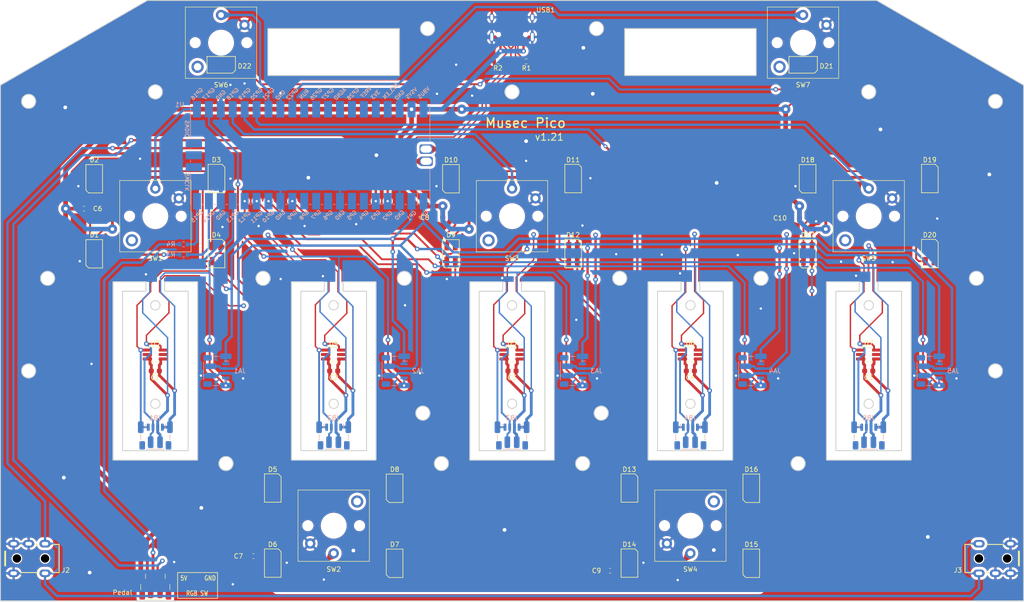
<source format=kicad_pcb>
(kicad_pcb (version 20240108) (generator "pcbnew") (generator_version "8.0")
  (title_block (title "Musec Pico"))
  (layers (0 "F.Cu" signal) (31 "B.Cu" signal) (34 "B.Paste" user) (35 "F.Paste" user) (36 "B.SilkS" user "B.Silkscreen") (37 "F.SilkS" user "F.Silkscreen") (38 "B.Mask" user) (39 "F.Mask" user) (44 "Edge.Cuts" user))
  (net 0 "")
  (net 1 "GND")
  (net 2 "+5V")
  (net 3 "Net-(D1-Out)")
  (net 5 "Net-(D2-Out)")
  (net 6 "+3V3")
  (net 7 "Net-(USB1-CC1)")
  (net 8 "Net-(USB1-CC2)")
  (net 9 "Net-(D1-In)")
  (net 10 "Net-(U1-USB2)")
  (net 12 "Net-(U1-VBUS)")
  (net 13 "Net-(U1-USB1)")
  (net 16 "/K2")
  (net 19 "/K6")
  (net 20 "/K4")
  (net 21 "/K5")
  (net 22 "/K3")
  (net 25 "Net-(J1-Pin_3)")
  (net 28 "/K1")
  (net 30 "/K7")
  (net 34 "Net-(D3-Out)")
  (net 37 "Net-(D4-Out)")
  (net 39 "Net-(D5-Out)")
  (net 40 "Net-(D6-Out)")
  (net 41 "Net-(D7-Out)")
  (net 42 "Net-(D8-Out)")
  (net 43 "Net-(D10-In)")
  (net 44 "Net-(D10-Out)")
  (net 45 "Net-(D11-Out)")
  (net 46 "Net-(D12-Out)")
  (net 47 "Net-(D13-Out)")
  (net 48 "Net-(D14-Out)")
  (net 49 "Net-(D15-Out)")
  (net 50 "Net-(D16-Out)")
  (net 51 "Net-(D17-Out)")
  (net 52 "Net-(D18-Out)")
  (net 53 "Net-(D19-Out)")
  (net 54 "Net-(D20-Out)")
  (net 55 "Net-(D21-Out)")
  (net 56 "/VB1")
  (net 57 "/VB3")
  (net 58 "/VB5")
  (net 59 "/VB2")
  (net 60 "/VB4")
  (net 63 "Net-(J2-T)")
  (net 64 "Net-(U1-GPIO14)")
  (net 66 "/SDA")
  (net 67 "/SCL")
  (net 71 "Net-(J1-Pin_2)")
  (net 72 "Net-(U1-GPIO15)")
  (footprint "musec_pico:WS2812B-2835" (layer "F.Cu") (at 277.196 104.074 -90)
    (property "Reference" "D18")
    (property "Value" "WS2812B_Unified" (hide yes))
  )
  (footprint "musec_pico:WS2812B-2835" (layer "F.Cu") (at 201.196 104.074 -90)
    (property "Reference" "D10")
    (property "Value" "WS2812B_Unified" (hide yes))
  )
  (footprint "musec_pico:WS2812B-2835" (layer "F.Cu") (at 151.196 104.074 90)
    (property "Reference" "D3")
    (property "Value" "WS2812B_Unified" (hide yes))
  )
  (footprint "musec_pico:WS2812B-2835" (layer "F.Cu") (at 201.196 120.074 -90)
    (property "Reference" "D9")
    (property "Value" "WS2812B_Unified" (hide yes))
  )
  (footprint "musec_pico:WS2812B-2835" (layer "F.Cu") (at 189.196 170.074 -90)
    (property "Reference" "D8")
    (property "Value" "WS2812B_Unified" (hide yes))
  )
  (footprint "Package_TO_SOT_SMD:TSOT-23-6_HandSoldering" (layer "F.Cu") (at 138.196 141.574)
    (property "Reference" "U3")
    (property "Value" "TMAG5273")
  )
  (footprint "musec_pico:WS2812B-2835" (layer "F.Cu") (at 125.196 104.074 -90)
    (property "Reference" "D2")
    (property "Value" "WS2812B_Unified" (hide yes))
  )
  (footprint "musec_pico:WS2812B-2835" (layer "F.Cu") (at 303.196 104.074 90)
    (property "Reference" "D19")
    (property "Value" "WS2812B_Unified" (hide yes))
  )
  (footprint "musec_pico:WS2812B-2835" (layer "F.Cu") (at 239.196 186.074 90)
    (property "Reference" "D14")
    (property "Value" "WS2812B_Unified" (hide yes))
  )
  (footprint "Resistor_SMD:R_0603_1608Metric" (layer "F.Cu") (at 217.196 79.074)
    (property "Reference" "R1")
    (property "Value" "5K1")
  )
  (footprint "musec_pico:WS2812B-2835" (layer "F.Cu") (at 163.196 170.074 90)
    (property "Reference" "D5")
    (property "Value" "WS2812B_Unified" (hide yes))
  )
  (footprint "Capacitor_SMD:C_0603_1608Metric_Pad1.08x0.95mm_HandSolder" (layer "F.Cu") (at 274.566 112.474 180)
    (property "Reference" "C10")
    (property "Value" "0.1uF")
  )
  (footprint "musec_pico:WS2812B-2835" (layer "F.Cu") (at 265.196 170.074 -90)
    (property "Reference" "D16")
    (property "Value" "WS2812B_Unified" (hide yes))
  )
  (footprint "musec_pico:SW_Kailh_Choc_V1V2_1.00u_LED" (layer "F.Cu") (at 214.196 112.074)
    (property "Reference" "SW3")
    (property "Value" "SW_DIP_x01" (hide yes))
  )
  (footprint "Package_TO_SOT_SMD:TSOT-23-6_HandSoldering" (layer "F.Cu") (at 176.196 141.574)
    (property "Reference" "U4")
    (property "Value" "TMAG5273")
  )
  (footprint "musec_pico:WS2812B-2835" (layer "F.Cu") (at 227.196 104.074 90)
    (property "Reference" "D11")
    (property "Value" "WS2812B_Unified" (hide yes))
  )
  (footprint "Resistor_SMD:R_0603_1608Metric" (layer "F.Cu") (at 211.196 79.074 180)
    (property "Reference" "R2")
    (property "Value" "5K1")
  )
  (footprint "musec_pico:WS2812B-2835" (layer "F.Cu") (at 152.196 79.774)
    (property "Reference" "D22")
    (property "Value" "WS2812B_Unified" (hide yes))
  )
  (footprint "musec_pico:WS2812B-2835" (layer "F.Cu") (at 125.196 120.074 -90)
    (property "Reference" "D1")
    (property "Value" "WS2812B_Unified" (hide yes))
  )
  (footprint "musec_pico:WS2812B-2835" (layer "F.Cu") (at 276.196 79.774)
    (property "Reference" "D21")
    (property "Value" "WS2812B_Unified" (hide yes))
  )
  (footprint "Capacitor_SMD:C_0603_1608Metric_Pad1.08x0.95mm_HandSolder" (layer "F.Cu") (at 159.096 184.574 180)
    (property "Reference" "C7")
    (property "Value" "0.1uF")
  )
  (footprint "musec_pico:WS2812B-2835" (layer "F.Cu") (at 239.196 170.074 90)
    (property "Reference" "D13")
    (property "Value" "WS2812B_Unified" (hide yes))
  )
  (footprint "Capacitor_SMD:C_0603_1608Metric_Pad1.08x0.95mm_HandSolder" (layer "F.Cu") (at 138.196 145.074 180)
    (property "Reference" "C1")
    (property "Value" "0.1uF")
  )
  (footprint "musec_pico:SW_Kailh_Choc_V1V2_1.00u_LED" (layer "F.Cu") (at 276.196 75.074)
    (property "Reference" "SW7")
    (property "Value" "SW_DIP_x01" (hide yes))
  )
  (footprint "musec_pico:WS2812B-2835" (layer "F.Cu") (at 163.196 186.074 90)
    (property "Reference" "D6")
    (property "Value" "WS2812B_Unified" (hide yes))
  )
  (footprint "musec_pico:WS2812B-2835" (layer "F.Cu") (at 303.196 120.074 90)
    (property "Reference" "D20")
    (property "Value" "WS2812B_Unified" (hide yes))
  )
  (footprint "musec_pico:WS2812B-2835" (layer "F.Cu") (at 277.196 120.074 -90)
    (property "Reference" "D17")
    (property "Value" "WS2812B_Unified" (hide yes))
  )
  (footprint "musec_pico:WS2812B-2835" (layer "F.Cu") (at 265.196 186.074 -90)
    (property "Reference" "D15")
    (property "Value" "WS2812B_Unified" (hide yes))
  )
  (footprint "musec_pico:SW_Kailh_Choc_V1V2_1.00u_LED" (layer "F.Cu") (at 152.196 75.074)
    (property "Reference" "SW6")
    (property "Value" "SW_DIP_x01" (hide yes))
  )
  (footprint "musec_pico:SW_Kailh_Choc_V1V2_1.00u_LED" (layer "F.Cu") (at 252.196 178.074 180)
    (property "Reference" "SW4")
    (property "Value" "SW_DIP_x01" (hide yes))
  )
  (footprint "Package_TO_SOT_SMD:TSOT-23-6_HandSoldering" (layer "F.Cu") (at 252.196 141.574)
    (property "Reference" "U6")
    (property "Value" "TMAG5273")
  )
  (footprint "Capacitor_SMD:C_0603_1608Metric_Pad1.08x0.95mm_HandSolder" (layer "F.Cu") (at 214.196 145.074 180)
    (property "Reference" "C3")
    (property "Value" "0.1uF")
  )
  (footprint "Capacitor_SMD:C_0603_1608Metric_Pad1.08x0.95mm_HandSolder" (layer "F.Cu") (at 252.196 145.074 180)
    (property "Reference" "C4")
    (property "Value" "0.1uF")
  )
  (footprint "musec_pico:SW_Kailh_Choc_V1V2_1.00u_LED" (layer "F.Cu") (at 138.196 112.074)
    (property "Reference" "SW1")
    (property "Value" "SW_DIP_x01" (hide yes))
  )
  (footprint "musec_pico:PJ313" (layer "F.Cu") (at 313.696 185.074 -90)
    (property "Reference" "J3")
    (property "Value" "PJ313")
  )
  (footprint "Type-C:HRO-TYPE-C-31-M-12-Assembly" (layer "F.Cu") (at 214.196 67.074 180)
    (property "Reference" "USB1")
    (property "Value" "U262-161N-4BVC11" (hide yes))
  )
  (footprint "Package_TO_SOT_SMD:TSOT-23-6_HandSoldering" (layer "F.Cu") (at 290.196 141.574)
    (property "Reference" "U7")
    (property "Value" "TMAG5273")
  )
  (footprint "musec_pico:WS2812B-2835" (layer "F.Cu") (at 151.196 120.074 90)
    (property "Reference" "D4")
    (property "Value" "WS2812B_Unified" (hide yes))
  )
  (footprint "Capacitor_SMD:C_0603_1608Metric_Pad1.08x0.95mm_HandSolder" (layer "F.Cu") (at 290.196 145.074 180)
    (property "Reference" "C5")
    (property "Value" "0.1uF")
  )
  (footprint "musec_pico:SW_Kailh_Choc_V1V2_1.00u_LED" (layer "F.Cu") (at 176.196 178.074 180)
    (property "Reference" "SW2")
    (property "Value" "SW_DIP_x01" (hide yes))
  )
  (footprint "Package_TO_SOT_SMD:TSOT-23-6_HandSoldering" (layer "F.Cu") (at 214.196 141.574)
    (property "Reference" "U5")
    (property "Value" "TMAG5273")
  )
  (footprint "Capacitor_SMD:C_0603_1608Metric_Pad1.08x0.95mm_HandSolder" (layer "F.Cu") (at 122.996 110.474)
    (property "Reference" "C6")
    (property "Value" "0.1uF")
  )
  (footprint "Capacitor_SMD:C_0603_1608Metric_Pad1.08x0.95mm_HandSolder" (layer "F.Cu") (at 176.196 145.074 180)
    (property "Reference" "C2")
    (property "Value" "0.1uF")
  )
  (footprint "musec_pico:PJ313" (layer "F.Cu") (at 114.696 185.074 90)
    (property "Reference" "J2")
    (property "Value" "PJ313")
  )
  (footprint "musec_pico:WS2812B-2835" (layer "F.Cu") (at 227.196 120.074 90)
    (property "Reference" "D12")
    (property "Value" "WS2812B_Unified" (hide yes))
  )
  (footprint "musec_pico:SW_Kailh_Choc_V1V2_1.00u_LED" (layer "F.Cu") (at 290.196 112.074)
    (property "Reference" "SW5")
    (property "Value" "SW_DIP_x01" (hide yes))
  )
  (footprint "Capacitor_SMD:C_0603_1608Metric_Pad1.08x0.95mm_HandSolder" (layer "F.Cu") (at 235.096 187.674 180)
    (property "Reference" "C9")
    (property "Value" "0.1uF")
  )
  (footprint "Capacitor_SMD:C_0603_1608Metric_Pad1.08x0.95mm_HandSolder" (layer "F.Cu") (at 198.566 112.374 180)
    (property "Reference" "C8")
    (property "Value" "0.1uF")
  )
  (footprint "musec_pico:SH1.0_4P_Solder_Combo" (layer "F.Cu") (at 138.196 191.074)
    (property "Reference" "J1" (hide yes))
    (property "Value" "Pedal")
  )
  (footprint "musec_pico:WS2812B-2835" (layer "F.Cu") (at 189.196 186.074 -90)
    (property "Reference" "D7")
    (property "Value" "WS2812B_Unified" (hide yes))
  )
  (footprint "Resistor_SMD:R_0603_1608Metric" (layer "B.Cu") (at 144.196 120.274)
    (property "Reference" "R3")
    (property "Value" "10")
  )
  (footprint "musec_pico:RPi_Pico_SMD_Pins" (layer "B.Cu") (at 171.196 99.074 90)
    (property "Reference" "U1")
    (property "Value" "PiPico")
  )
  (footprint "musec_pico:SH1.0_4P_Solder_Combo" (layer "B.Cu") (at 214.196 159.074 180)
    (property "Reference" "JB3")
    (property "Value" "Conn_01x04" (hide yes))
  )
  (footprint "musec_pico:SH1.0_4P_Solder_Combo" (layer "B.Cu") (at 138.196 159.074 180)
    (property "Reference" "JB1")
    (property "Value" "Conn_01x04" (hide yes))
  )
  (footprint "musec_pico:SH1.0_4P_Solder_Combo" (layer "B.Cu") (at 290.196 159.074 180)
    (property "Reference" "JB5")
    (property "Value" "Conn_01x04" (hide yes))
  )
  (footprint "musec_pico:SH1.0_4P_Solder_Combo" (layer "B.Cu") (at 265.196 145.074 90)
    (property "Reference" "JA4")
    (property "Value" "Conn_01x04" (hide yes))
  )
  (footprint "musec_pico:SH1.0_4P_Solder_Combo" (layer "B.Cu") (at 151.196 145.074 90)
    (property "Reference" "JA1")
    (property "Value" "Conn_01x04" (hide yes))
  )
  (footprint "musec_pico:SH1.0_4P_Solder_Combo" (layer "B.Cu") (at 252.196 159.074 180)
    (property "Reference" "JB4")
    (property "Value" "Conn_01x04" (hide yes))
  )
  (footprint "musec_pico:SH1.0_4P_Solder_Combo" (layer "B.Cu") (at 176.196 159.074 180)
    (property "Reference" "JB2")
    (property "Value" "Conn_01x04" (hide yes))
  )
  (footprint "musec_pico:SH1.0_4P_Solder_Combo" (layer "B.Cu") (at 189.196 145.074 90)
    (property "Reference" "JA2")
    (property "Value" "Conn_01x04" (hide yes))
  )
  (footprint "Resistor_SMD:R_0603_1608Metric" (layer "B.Cu") (at 144.196 118.074 180)
    (property "Reference" "R4")
    (property "Value" "10")
  )
  (footprint "musec_pico:SH1.0_4P_Solder_Combo" (layer "B.Cu") (at 227.196 145.074 90)
    (property "Reference" "JA3")
    (property "Value" "Conn_01x04" (hide yes))
  )
  (footprint "musec_pico:SH1.0_4P_Solder_Combo" (layer "B.Cu") (at 303.196 145.074 90)
    (property "Reference" "JA5")
    (property "Value" "Conn_01x04" (hide yes))
  )
  (gr_rect (start 142.946 188.074) (end 151.446 193.574) (stroke (width 0.15)) (fill none) (layer "F.SilkS"))
  (gr_circle (center 233.196 154.074) (end 234.696 154.074) (stroke (width 0.2)) (fill none) (layer "Edge.Cuts"))
  (gr_line (start 167.196 126.074) (end 167.196 164.074) (stroke (width 0.2)) (layer "Edge.Cuts"))
  (gr_line (start 266.196 82.074) (end 266.196 72.074) (stroke (width 0.2)) (layer "Edge.Cuts"))
  (gr_circle (center 196.196 72.074) (end 197.696 72.074) (stroke (width 0.2)) (fill none) (layer "Edge.Cuts"))
  (gr_line (start 259.196 162.074) (end 245.196 162.074) (stroke (width 0.2)) (layer "Edge.Cuts"))
  (gr_line (start 281.196 126.074) (end 281.196 164.074) (stroke (width 0.2)) (layer "Edge.Cuts"))
  (gr_circle (center 252.196 152.074) (end 253.196 152.074) (stroke (width 0.2)) (fill none) (layer "Edge.Cuts"))
  (gr_line (start 145.196 128.074) (end 140.196 128.074) (stroke (width 0.2)) (layer "Edge.Cuts"))
  (gr_line (start 136.196 126.074) (end 136.196 128.074) (stroke (width 0.2)) (layer "Edge.Cuts"))
  (gr_line (start 212.196 126.074) (end 205.196 126.074) (stroke (width 0.2)) (layer "Edge.Cuts"))
  (gr_circle (center 138.196 85.574) (end 139.696 85.574) (stroke (width 0.2)) (fill none) (layer "Edge.Cuts"))
  (gr_line (start 299.196 126.074) (end 292.196 126.074) (stroke (width 0.2)) (layer "Edge.Cuts"))
  (gr_line (start 299.196 164.074) (end 281.196 164.074) (stroke (width 0.2)) (layer "Edge.Cuts"))
  (gr_circle (center 290.196 152.074) (end 291.196 152.074) (stroke (width 0.2)) (fill none) (layer "Edge.Cuts"))
  (gr_line (start 183.196 128.074) (end 178.196 128.074) (stroke (width 0.2)) (layer "Edge.Cuts"))
  (gr_line (start 283.196 162.074) (end 283.196 128.074) (stroke (width 0.2)) (layer "Edge.Cuts"))
  (gr_circle (center 290.196 85.574) (end 291.696 85.574) (stroke (width 0.2)) (fill none) (layer "Edge.Cuts"))
  (gr_circle (center 161.145673 125.324) (end 162.645673 125.324) (stroke (width 0.2)) (fill none) (layer "Edge.Cuts"))
  (gr_line (start 216.196 126.074) (end 216.196 128.074) (stroke (width 0.2)) (layer "Edge.Cuts"))
  (gr_circle (center 191.246327 125.324) (end 192.746327 125.324) (stroke (width 0.2)) (fill none) (layer "Edge.Cuts"))
  (gr_line (start 243.196 126.074) (end 243.196 164.074) (stroke (width 0.2)) (layer "Edge.Cuts"))
  (gr_circle (center 195.196 154.074) (end 196.696 154.074) (stroke (width 0.2)) (fill none) (layer "Edge.Cuts"))
  (gr_line (start 292.196 126.074) (end 292.196 128.074) (stroke (width 0.2)) (layer "Edge.Cuts"))
  (gr_line (start 250.196 126.074) (end 250.196 128.074) (stroke (width 0.2)) (layer "Edge.Cuts"))
  (gr_line (start 147.196 126.074) (end 140.196 126.074) (stroke (width 0.2)) (layer "Edge.Cuts"))
  (gr_circle (center 176.196 152.074) (end 177.196 152.074) (stroke (width 0.2)) (fill none) (layer "Edge.Cuts"))
  (gr_line (start 266.196 72.074) (end 238.196 72.074) (stroke (width 0.2)) (layer "Edge.Cuts"))
  (gr_line (start 259.196 128.074) (end 254.196 128.074) (stroke (width 0.2)) (layer "Edge.Cuts"))
  (gr_line (start 185.196 164.074) (end 167.196 164.074) (stroke (width 0.2)) (layer "Edge.Cuts"))
  (gr_line (start 178.196 126.074) (end 178.196 128.074) (stroke (width 0.2)) (layer "Edge.Cuts"))
  (gr_line (start 297.196 128.074) (end 292.196 128.074) (stroke (width 0.2)) (layer "Edge.Cuts"))
  (gr_line (start 190.196 72.074) (end 162.196 72.074) (stroke (width 0.2)) (layer "Edge.Cuts"))
  (gr_line (start 207.196 162.074) (end 207.196 128.074) (stroke (width 0.2)) (layer "Edge.Cuts"))
  (gr_line (start 323.196 194.126559) (end 323.196 84.126559) (stroke (width 0.2)) (layer "Edge.Cuts"))
  (gr_circle (center 176.196 131.074) (end 177.196 131.074) (stroke (width 0.2)) (fill none) (layer "Edge.Cuts"))
  (gr_circle (center 313.145673 125.324) (end 314.645673 125.324) (stroke (width 0.2)) (fill none) (layer "Edge.Cuts"))
  (gr_circle (center 317.196 87.59066) (end 318.696 87.59066) (stroke (width 0.2)) (fill none) (layer "Edge.Cuts"))
  (gr_line (start 183.196 162.074) (end 183.196 128.074) (stroke (width 0.2)) (layer "Edge.Cuts"))
  (gr_line (start 147.196 164.074) (end 129.196 164.074) (stroke (width 0.2)) (layer "Edge.Cuts"))
  (gr_circle (center 290.196 131.074) (end 291.196 131.074) (stroke (width 0.2)) (fill none) (layer "Edge.Cuts"))
  (gr_line (start 174.196 128.074) (end 169.196 128.074) (stroke (width 0.2)) (layer "Edge.Cuts"))
  (gr_line (start 221.196 162.074) (end 207.196 162.074) (stroke (width 0.2)) (layer "Edge.Cuts"))
  (gr_line (start 131.196 162.074) (end 131.196 128.074) (stroke (width 0.2)) (layer "Edge.Cuts"))
  (gr_line (start 221.196 162.074) (end 221.196 128.074) (stroke (width 0.2)) (layer "Edge.Cuts"))
  (gr_circle (center 111.196 87.59066) (end 112.696 87.59066) (stroke (width 0.2)) (fill none) (layer "Edge.Cuts"))
  (gr_line (start 145.196 162.074) (end 131.196 162.074) (stroke (width 0.2)) (layer "Edge.Cuts"))
  (gr_line (start 323.196 84.126559) (end 291.928051 66.074) (stroke (width 0.2)) (layer "Edge.Cuts"))
  (gr_line (start 205.196 126.074) (end 205.196 164.074) (stroke (width 0.2)) (layer "Edge.Cuts"))
  (gr_line (start 162.196 82.074) (end 162.196 72.074) (stroke (width 0.2)) (layer "Edge.Cuts"))
  (gr_line (start 299.196 126.074) (end 299.196 164.074) (stroke (width 0.2)) (layer "Edge.Cuts"))
  (gr_line (start 245.196 162.074) (end 245.196 128.074) (stroke (width 0.2)) (layer "Edge.Cuts"))
  (gr_line (start 212.196 126.074) (end 212.196 128.074) (stroke (width 0.2)) (layer "Edge.Cuts"))
  (gr_line (start 169.196 162.074) (end 169.196 128.074) (stroke (width 0.2)) (layer "Edge.Cuts"))
  (gr_circle (center 267.246327 125.324) (end 268.746327 125.324) (stroke (width 0.2)) (fill none) (layer "Edge.Cuts"))
  (gr_line (start 288.196 126.074) (end 288.196 128.074) (stroke (width 0.2)) (layer "Edge.Cuts"))
  (gr_line (start 261.196 126.074) (end 261.196 164.074) (stroke (width 0.2)) (layer "Edge.Cuts"))
  (gr_line (start 185.196 126.074) (end 185.196 164.074) (stroke (width 0.2)) (layer "Edge.Cuts"))
  (gr_circle (center 275.145673 164.824) (end 276.645673 164.824) (stroke (width 0.2)) (fill none) (layer "Edge.Cuts"))
  (gr_line (start 190.196 82.074) (end 162.196 82.074) (stroke (width 0.2)) (layer "Edge.Cuts"))
  (gr_circle (center 229.246327 164.824) (end 230.746327 164.824) (stroke (width 0.2)) (fill none) (layer "Edge.Cuts"))
  (gr_line (start 183.196 162.074) (end 169.196 162.074) (stroke (width 0.2)) (layer "Edge.Cuts"))
  (gr_circle (center 138.196 152.074) (end 139.196 152.074) (stroke (width 0.2)) (fill none) (layer "Edge.Cuts"))
  (gr_circle (center 214.196 152.074) (end 215.196 152.074) (stroke (width 0.2)) (fill none) (layer "Edge.Cuts"))
  (gr_line (start 147.196 126.074) (end 147.196 164.074) (stroke (width 0.2)) (layer "Edge.Cuts"))
  (gr_line (start 136.196 128.074) (end 131.196 128.074) (stroke (width 0.2)) (layer "Edge.Cuts"))
  (gr_line (start 105.196 194.126559) (end 323.196 194.126559) (stroke (width 0.2)) (layer "Edge.Cuts"))
  (gr_line (start 288.196 128.074) (end 283.196 128.074) (stroke (width 0.2)) (layer "Edge.Cuts"))
  (gr_line (start 266.196 82.074) (end 238.196 82.074) (stroke (width 0.2)) (layer "Edge.Cuts"))
  (gr_line (start 140.196 126.074) (end 140.196 128.074) (stroke (width 0.2)) (layer "Edge.Cuts"))
  (gr_circle (center 199.145673 164.824) (end 200.645673 164.824) (stroke (width 0.2)) (fill none) (layer "Edge.Cuts"))
  (gr_line (start 250.196 126.074) (end 243.196 126.074) (stroke (width 0.2)) (layer "Edge.Cuts"))
  (gr_circle (center 138.196 131.074) (end 139.196 131.074) (stroke (width 0.2)) (fill none) (layer "Edge.Cuts"))
  (gr_circle (center 214.196 131.074) (end 215.196 131.074) (stroke (width 0.2)) (fill none) (layer "Edge.Cuts"))
  (gr_line (start 136.463949 66.074) (end 105.196 84.126559) (stroke (width 0.2)) (layer "Edge.Cuts"))
  (gr_line (start 254.196 126.074) (end 254.196 128.074) (stroke (width 0.2)) (layer "Edge.Cuts"))
  (gr_line (start 291.928051 66.074) (end 136.463949 66.074) (stroke (width 0.2)) (layer "Edge.Cuts"))
  (gr_line (start 223.196 126.074) (end 216.196 126.074) (stroke (width 0.2)) (layer "Edge.Cuts"))
  (gr_circle (center 237.145673 125.324) (end 238.645673 125.324) (stroke (width 0.2)) (fill none) (layer "Edge.Cuts"))
  (gr_line (start 136.196 126.074) (end 129.196 126.074) (stroke (width 0.2)) (layer "Edge.Cuts"))
  (gr_line (start 105.196 84.126559) (end 105.196 194.126559) (stroke (width 0.2)) (layer "Edge.Cuts"))
  (gr_line (start 250.196 128.074) (end 245.196 128.074) (stroke (width 0.2)) (layer "Edge.Cuts"))
  (gr_line (start 259.196 162.074) (end 259.196 128.074) (stroke (width 0.2)) (layer "Edge.Cuts"))
  (gr_line (start 238.196 82.074) (end 238.196 72.074) (stroke (width 0.2)) (layer "Edge.Cuts"))
  (gr_line (start 212.196 128.074) (end 207.196 128.074) (stroke (width 0.2)) (layer "Edge.Cuts"))
  (gr_line (start 185.196 126.074) (end 178.196 126.074) (stroke (width 0.2)) (layer "Edge.Cuts"))
  (gr_line (start 129.196 126.074) (end 129.196 164.074) (stroke (width 0.2)) (layer "Edge.Cuts"))
  (gr_line (start 145.196 162.074) (end 145.196 128.074) (stroke (width 0.2)) (layer "Edge.Cuts"))
  (gr_line (start 261.196 126.074) (end 254.196 126.074) (stroke (width 0.2)) (layer "Edge.Cuts"))
  (gr_line (start 190.196 82.074) (end 190.196 72.074) (stroke (width 0.2)) (layer "Edge.Cuts"))
  (gr_circle (center 232.196 72.074) (end 233.696 72.074) (stroke (width 0.2)) (fill none) (layer "Edge.Cuts"))
  (gr_line (start 174.196 126.074) (end 167.196 126.074) (stroke (width 0.2)) (layer "Edge.Cuts"))
  (gr_circle (center 153.246327 164.824) (end 154.746327 164.824) (stroke (width 0.2)) (fill none) (layer "Edge.Cuts"))
  (gr_line (start 223.196 126.074) (end 223.196 164.074) (stroke (width 0.2)) (layer "Edge.Cuts"))
  (gr_line (start 297.196 162.074) (end 297.196 128.074) (stroke (width 0.2)) (layer "Edge.Cuts"))
  (gr_circle (center 317.196 145.074) (end 318.696 145.074) (stroke (width 0.2)) (fill none) (layer "Edge.Cuts"))
  (gr_line (start 174.196 126.074) (end 174.196 128.074) (stroke (width 0.2)) (layer "Edge.Cuts"))
  (gr_circle (center 111.196 145.074) (end 112.696 145.074) (stroke (width 0.2)) (fill none) (layer "Edge.Cuts"))
  (gr_circle (center 252.196 131.074) (end 253.196 131.074) (stroke (width 0.2)) (fill none) (layer "Edge.Cuts"))
  (gr_line (start 221.196 128.074) (end 216.196 128.074) (stroke (width 0.2)) (layer "Edge.Cuts"))
  (gr_line (start 297.196 162.074) (end 283.196 162.074) (stroke (width 0.2)) (layer "Edge.Cuts"))
  (gr_circle (center 115.246327 125.324) (end 116.746327 125.324) (stroke (width 0.2)) (fill none) (layer "Edge.Cuts"))
  (gr_line (start 261.196 164.074) (end 243.196 164.074) (stroke (width 0.2)) (layer "Edge.Cuts"))
  (gr_line (start 223.196 164.074) (end 205.196 164.074) (stroke (width 0.2)) (layer "Edge.Cuts"))
  (gr_circle (center 214.196 85.574) (end 215.696 85.574) (stroke (width 0.2)) (fill none) (layer "Edge.Cuts"))
  (gr_line (start 288.196 126.074) (end 281.196 126.074) (stroke (width 0.2)) (layer "Edge.Cuts"))
  (gr_text "Musec Pico" (at 208.296 93.374 0) (layer "F.SilkS") (effects (font (size 2 2) (thickness 0.3)) (justify left bottom)))
  (gr_text "v1.21" (at 218.946 96.074 0) (layer "F.SilkS") (effects (font (size 1.5 1.5) (thickness 0.2)) (justify left bottom)))
  (gr_text "5V      GND\n\n  RGB SW" (at 143.446 193.074 0) (layer "F.SilkS") (effects (font (size 1 0.8)) (justify left bottom)))
  (segment (start 217.421 74.229) (end 217.796 73.854) (width 0.6) (layer "F.Cu") (net 1))
  (segment (start 137.0585 143.5365) (end 137.3335 143.8115) (width 0.6) (layer "F.Cu") (net 1))
  (segment (start 217.421 74.769) (end 217.421 74.229) (width 0.6) (layer "F.Cu") (net 1))
  (segment (start 292.796 150.274) (end 289.3335 146.8115) (width 0.6) (layer "F.Cu") (net 1))
  (segment (start 141.306 189.074) (end 139.696 189.074) (width 0.6) (layer "F.Cu") (net 1))
  (segment (start 210.971 74.769) (end 210.971 74.226437) (width 0.6) (layer "F.Cu") (net 1))
  (segment (start 175.3335 146.8115) (end 175.3335 145.074) (width 0.6) (layer "F.Cu") (net 1))
  (segment (start 213.0585 143.5365) (end 213.3335 143.8115) (width 0.6) (layer "F.Cu") (net 1))
  (segment (start 140.796 150.274) (end 137.3335 146.8115) (width 0.6) (layer "F.Cu") (net 1))
  (segment (start 213.3335 146.8115) (end 213.3335 145.074) (width 0.6) (layer "F.Cu") (net 1))
  (segment (start 289.0585 141.574) (end 289.0585 143.5365) (width 0.6) (layer "F.Cu") (net 1))
  (segment (start 175.0585 143.5365) (end 175.3335 143.8115) (width 0.6) (layer "F.Cu") (net 1))
  (segment (start 289.3335 146.8115) (end 289.3335 145.074) (width 0.6) (layer "F.Cu") (net 1))
  (segment (start 289.3335 143.8115) (end 289.3335 145.074) (width 0.6) (layer "F.Cu") (net 1))
  (segment (start 213.0585 141.574) (end 213.0585 143.5365) (width 0.6) (layer "F.Cu") (net 1))
  (segment (start 251.3335 143.8115) (end 251.3335 145.074) (width 0.6) (layer "F.Cu") (net 1))
  (segment (start 175.3335 143.8115) (end 175.3335 145.074) (width 0.6) (layer "F.Cu") (net 1))
  (segment (start 254.796 150.274) (end 251.3335 146.8115) (width 0.6) (layer "F.Cu") (net 1))
  (segment (start 137.0585 141.574) (end 137.0585 143.5365) (width 0.6) (layer "F.Cu") (net 1))
  (segment (start 213.3335 143.8115) (end 213.3335 145.074) (width 0.6) (layer "F.Cu") (net 1))
  (segment (start 216.796 150.274) (end 213.3335 146.8115) (width 0.6) (layer "F.Cu") (net 1))
  (segment (start 137.3335 143.8115) (end 137.3335 145.074) (width 0.6) (layer "F.Cu") (net 1))
  (segment (start 217.796 73.854) (end 218.516 73.854) (width 0.6) (layer "F.Cu") (net 1))
  (segment (start 289.0585 143.5365) (end 289.3335 143.8115) (width 0.6) (layer "F.Cu") (net 1))
  (segment (start 210.971 74.226437) (end 210.598563 73.854) (width 0.6) (layer "F.Cu") (net 1))
  (segment (start 251.0585 143.5365) (end 251.3335 143.8115) (width 0.6) (layer "F.Cu") (net 1))
  (segment (start 178.796 150.274) (end 175.3335 146.8115) (width 0.6) (layer "F.Cu") (net 1))
  (segment (start 251.0585 141.574) (end 251.0585 143.5365) (width 0.6) (layer "F.Cu") (net 1))
  (segment (start 137.3335 146.8115) (end 137.3335 145.074) (width 0.6) (layer "F.Cu") (net 1))
  (segment (start 210.971 74.769) (end 210.971 75.759) (width 0.6) (layer "F.Cu") (net 1))
  (segment (start 175.0585 141.574) (end 175.0585 143.5365) (width 0.6) (layer "F.Cu") (net 1))
  (segment (start 210.598563 73.854) (end 209.876 73.854) (width 0.6) (layer "F.Cu") (net 1))
  (segment (start 251.3335 146.8115) (end 251.3335 145.074) (width 0.6) (layer "F.Cu") (net 1))
  (via (at 304.796 112.574) (size 1) (drill 0.5) (layers "F.Cu" "B.Cu") (net 1))
  (via (at 200.296 125.474) (size 1) (drill 0.5) (layers "F.Cu" "B.Cu") (net 1))
  (via (at 217.196 100.274) (size 1) (drill 0.5) (layers "F.Cu" "B.Cu") (net 1))
  (via (at 299.896 146.074) (size 1) (drill 0.5) (layers "F.Cu" "B.Cu") (net 1))
  (via (at 231.396 85.974) (size 2) (drill 0.8) (layers "F.Cu" "B.Cu") (net 1))
  (via (at 180.396 183.374) (size 2) (drill 0.8) (layers "F.Cu" "B.Cu") (net 1))
  (via (at 198.096 105.674) (size 1) (drill 0.5) (layers "F.Cu" "B.Cu") (net 1))
  (via (at 147.996 174.274) (size 2) (drill 0.8) (layers "F.Cu" "B.Cu") (net 1))
  (via (at 257.196 183.274) (size 2) (drill 0.8) (layers "F.Cu" "B.Cu") (net 1))
  (via (at 178.796 150.274) (size 1) (drill 0.5) (layers "F.Cu" "B.Cu") (net 1))
  (via (at 191.396 131.074) (size 1) (drill 0.5) (layers "F.Cu" "B.Cu") (net 1))
  (via (at 223.896 146.074) (size 1) (drill 0.5) (layers "F.Cu" "B.Cu") (net 1))
  (via (at 212.096 125.274) (size 1) (drill 0.5) (layers "F.Cu" "B.Cu") (net 1))
  (via (at 267.196 131.774) (size 1) (drill 0.5) (layers "F.Cu" "B.Cu") (net 1))
  (via (at 180.996 113.774) (size 1) (drill 0.5) (layers "F.Cu" "B.Cu") (net 1))
  (via (at 121.796 105.674) (size 1) (drill 0.5) (layers "F.Cu" "B.Cu") (net 1))
  (via (at 205.696 86.374) (size 1) (drill 0.5) (layers "F.Cu" "B.Cu") (net 1))
  (via (at 229.396 76.174) (size 2) (drill 0.8) (layers "F.Cu" "B.Cu") (net 1))
  (via (at 302.796 180.474) (size 2) (drill 0.8) (layers "F.Cu" "B.Cu") (net 1))
  (via (at 185.896 146.074) (size 1) (drill 0.5) (layers "F.Cu" "B.Cu") (net 1))
  (via (at 194.596 145.574) (size 1) (drill 0.5) (layers "F.Cu" "B.Cu") (net 1))
  (via (at 157.196 83.774) (size 1) (drill 0.5) (layers "F.Cu" "B.Cu") (net 1))
  (via (at 308.896 146.674) (size 1) (drill 0.5) (layers "F.Cu" "B.Cu") (net 1))
  (via (at 230.896 103.974) (size 1) (drill 0.5) (layers "F.Cu" "B.Cu") (net 1))
  (via (at 170.796 103.874) (size 2) (drill 0.8) (layers "F.Cu" "B.Cu") (net 1))
  (via (at 136.196 124.474) (size 1) (drill 0.5) (layers "F.Cu" "B.Cu") (net 1))
  (via (at 249.996 124.274) (size 1) (drill 0.5) (layers "F.Cu" "B.Cu") (net 1))
  (via (at 274.296 119.974) (size 1) (drill 0.5) (layers "F.Cu" "B.Cu") (net 1))
  (via (at 173.896 124.874) (size 1) (drill 0.5) (layers "F.Cu" "B.Cu") (net 1))
  (via (at 287.496 124.774) (size 1) (drill 0.5) (layers "F.Cu" "B.Cu") (net 1))
  (via (at 164.846 85.824) (size 1) (drill 0.5) (layers "F.Cu" "B.Cu") (net 1))
  (via (at 124.596 143.574) (size 1) (drill 0.5) (layers "F.Cu" "B.Cu") (net 1))
  (via (at 227.896 134.174) (size 1) (drill 0.5) (layers "F.Cu" "B.Cu") (net 1))
  (via (at 154.196 84.074) (size 1) (drill 0.5) (layers "F.Cu" "B.Cu") (net 1))
  (via (at 246.096 120.274) (size 1) (drill 0.5) (layers "F.Cu" "B.Cu") (net 1))
  (via (at 154.196 104.074) (size 1) (drill 0.5) (layers "F.Cu" "B.Cu") (net 1))
  (via (at 198.196 85.974) (size 1) (drill 0.5) (layers "F.Cu" "B.Cu") (net 1))
  (via (at 212.596 178.974) (size 2) (drill 0.8) (layers "F.Cu" "B.Cu") (net 1))
  (via (at 216.796 150.274) (size 1) (drill 0.5) (layers "F.Cu" "B.Cu") (net 1))
  (via (at 140.796 150.274) (size 1) (drill 0.5) (layers "F.Cu" "B.Cu") (net 1))
  (via (at 270.896 146.674) (size 1) (drill 0.5) (layers "F.Cu" "B.Cu") (net 1))
  (via (at 134.946 99.824) (size 1) (drill 0.5) (layers "F.Cu" "B.Cu") (net 1))
  (via (at 174.096 189.574) (size 1) (drill 0.5) (layers "F.Cu" "B.Cu") (net 1))
  (via (at 142.196 185.824) (size 1) (drill 0.5) (layers "F.Cu" "B.Cu") (net 1))
  (via (at 261.896 146.074) (size 1) (drill 0.5) (layers "F.Cu" "B.Cu") (net 1))
  (via (at 185.296 99.074) (size 2) (drill 0.8) (layers "F.Cu" "B.Cu") (net 1))
  (via (at 315.896 103.174) (size 2) (drill 0.8) (layers "F.Cu" "B.Cu") (net 1))
  (via (at 236.396 120.174) (size 1) (drill 0.5) (layers "F.Cu" "B.Cu") (net 1))
  (via (at 242.196 185.974) (size 1) (drill 0.5) (layers "F.Cu" "B.Cu") (net 1))
  (via (at 262.296 120.374) (size 1) (drill 0.5) (layers "F.Cu" "B.Cu") (net 1))
  (via (at 254.796 150.274) (size 1) (drill 0.5) (layers "F.Cu" "B.Cu") (net 1))
  (via (at 122.096 121.674) (size 1) (drill 0.5) (layers "F.Cu" "B.Cu") (net 1))
  (via (at 292.696 93.574) (size 2) (drill 0.8) (layers "F.Cu" "B.Cu") (net 1))
  (via (at 124.196 188.074) (size 2) (drill 0.8) (layers "F.Cu" "B.Cu") (net 1))
  (via (at 295.296 121.874) (size 1) (drill 0.5) (layers "F.Cu" "B.Cu") (net 1))
  (via (at 156.896 146.674) (size 1) (drill 0.5) (layers "F.Cu" "B.Cu") (net 1))
  (via (at 229.196 114.074) (size 1) (drill 0.5) (layers "F.Cu" "B.Cu") (net 1))
  (via (at 217.196 96.074) (size 2) (drill 0.8) (layers "F.Cu" "B.Cu") (net 1))
  (via (at 169.996 114.174) (size 1) (drill 0.5) (layers "F.Cu" "B.Cu") (net 1))
  (via (at 118.996 88.874) (size 2) (drill 0.8) (layers "F.Cu" "B.Cu") (net 1))
  (via (at 166.196 185.974) (size 1) (drill 0.5) (layers "F.Cu" "B.Cu") (net 1))
  (via (at 147.896 146.074) (size 1) (drill 0.5) (layers "F.Cu" "B.Cu") (net 1))
  (via (at 257.796 104.974) (size 2) (drill 0.8) (layers "F.Cu" "B.Cu") (net 1))
  (via (at 249.496 189.674) (size 1) (drill 0.5) (layers "F.Cu" "B.Cu") (net 1))
  (via (at 160.196 114.174) (size 1) (drill 0.5) (layers "F.Cu" "B.Cu") (net 1))
  (via (at 284.296 121.774) (size 1) (drill 0.5) (layers "F.Cu" "B.Cu") (net 1))
  (via (at 154.696 190.574) (size 1) (drill 0.5) (layers "F.Cu" "B.Cu") (net 1))
  (via (at 202.296 79.774) (size 1) (drill 0.5) (layers "F.Cu" "B.Cu") (net 1))
  (via (at 274.596 105.674) (size 1) (drill 0.5) (layers "F.Cu" "B.Cu") (net 1))
  (via (at 118.696 167.824) (size 2) (drill 0.8) (layers "F.Cu" "B.Cu") (net 1))
  (via (at 232.296 146.674) (size 1) (drill 0.5) (layers "F.Cu" "B.Cu") (net 1))
  (via (at 152.496 114.374) (size 1) (drill 0.5) (layers "F.Cu" "B.Cu") (net 1))
  (via (at 164.896 125.474) (size 1) (drill 0.5) (layers "F.Cu" "B.Cu") (net 1))
  (via (at 278.996 113.174) (size 1) (drill 0.5) (layers "F.Cu" "B.Cu") (net 1))
  (via (at 292.796 150.274) (size 1) (drill 0.5) (layers "F.Cu" "B.Cu") (net 1))
  (segment (start 164.846 89.274) (end 164.846 85.824) (width 0.5) (layer "B.Cu") (net 1))
  (segment (start 265.426 146.074) (end 265.926 145.574) (width 0.5) (layer "B.Cu") (net 1))
  (segment (start 288.996 128.374) (end 288.996 126.274) (width 0.3) (layer "B.Cu") (net 1))
  (segment (start 225.996 146.074) (end 227.426 146.074) (width 0.5) (layer "B.Cu") (net 1))
  (segment (start 149.996 146.074) (end 151.426 146.074) (width 0.5) (layer "B.Cu") (net 1))
  (segment (start 178.796 153.574) (end 176.696 155.674) (width 0.6) (layer "B.Cu") (net 1))
  (segment (start 140.796 153.574) (end 138.696 155.674) (width 0.6) (layer "B.Cu") (net 1))
  (segment (start 214.696 157.074) (end 214.696 158.174) (width 0.6) (layer "B.Cu") (net 1))
  (segment (start 155.796 145.574) (end 156.896 146.674) (width 0.5) (layer "B.Cu") (net 1))
  (segment (start 217.586 74.784) (end 218.516 73.854) (width 0.6) (layer "B.Cu") (net 1))
  (segment (start 194.596 145.574) (end 191.196 145.574) (width 0.5) (layer "B.Cu") (net 1))
  (segment (start 138.696 158.174) (end 139.196 158.674) (width 0.6) (layer "B.Cu") (net 1))
  (segment (start 231.196 145.574) (end 229.196 145.574) (width 0.5) (layer "B.Cu") (net 1))
  (segment (start 209.876 73.854) (end 210.806 74.784) (width 0.6) (layer "B.Cu") (net 1))
  (segment (start 189.926 145.574) (end 191.196 145.574) (width 0.5) (layer "B.Cu") (net 1))
  (segment (start 216.796 150.274) (end 216.796 153.574) (width 0.6) (layer "B.Cu") (net 1))
  (segment (start 173.296 132.474) (end 173.296 129.974) (width 0.3) (layer "B.Cu") (net 1))
  (segment (start 173.296 129.974) (end 174.996 128.274) (width 0.3) (layer "B.Cu") (net 1))
  (segment (start 249.296 130.074) (end 250.996 128.374) (width 0.3) (layer "B.Cu") (net 1))
  (segment (start 153.196 145.574) (end 155.796 145.574) (width 0.5) (layer "B.Cu") (net 1))
  (segment (start 249.296 132.474) (end 249.296 130.074) (width 0.3) (layer "B.Cu") (net 1))
  (segment (start 136.996 125.274) (end 136.196 124.474) (width 0.3) (layer "B.Cu") (net 1))
  (segment (start 151.926 145.574) (end 153.196 145.574) (width 0.5) (layer "B.Cu") (net 1))
  (segment (start 135.496 132.674) (end 135.496 129.774) (width 0.3) (layer "B.Cu") (net 1))
  (segment (start 209.876 73.854) (end 202.306 73.854) (width 1) (layer "B.Cu") (net 1))
  (segment (start 254.796 150.274) (end 254.796 137.974) (width 0.3) (layer "B.Cu") (net 1))
  (segment (start 265.926 145.574) (end 267.196 145.574) (width 0.5) (layer "B.Cu") (net 1))
  (segment (start 212.996 126.174) (end 212.096 125.274) (width 0.3) (layer "B.Cu") (net 1))
  (segment (start 154.196 104.074) (end 152.146 106.124) (width 0.8) (layer "B.Cu") (net 1))
  (segment (start 252.696 155.674) (end 252.696 157.074) (width 0.6) (layer "B.Cu") (net 1))
  (segment (start 211.496 129.774) (end 212.996 128.274) (width 0.3) (layer "B.Cu") (net 1))
  (segment (start 152.146 86.124) (end 154.196 84.074) (width 0.8) (layer "B.Cu") (net 1))
  (segment (start 263.996 146.074) (end 261.896 146.074) (width 0.5) (layer "B.Cu") (net 1))
  (segment (start 152.146 89.274) (end 152.146 86.124) (width 0.8) (layer "B.Cu") (net 1))
  (segment (start 227.926 145.574) (end 229.196 145.574) (width 0.5) (layer "B.Cu") (net 1))
  (segment (start 252.696 157.074) (end 252.696 158.174) (width 0.6) (layer "B.Cu") (net 1))
  (segment (start 210.806 74.784) (end 217.586 74.784) (width 0.6) (layer "B.Cu") (net 1))
  (segment (start 232.296 146.674) (end 231.196 145.574) (width 0.5) (layer "B.Cu") (net 1))
  (segment (start 140.796 137.974) (end 135.496 132.674) (width 0.3) (layer "B.Cu") (net 1))
  (segment (start 253.196 158.674) (end 253.196 160.274) (width 0.6) (layer "B.Cu") (net 1))
  (segment (start 305.196 145.574) (end 307.796 145.574) (width 0.5) (layer "B.Cu") (net 1))
  (segment (start 189.426 146.074) (end 189.926 145.574) (width 0.5) (layer "B.Cu") (net 1))
  (segment (start 190.246 85.914) (end 190.246 89.274) (width 1) (layer "B.Cu") (net 1))
  (segment (start 177.196 158.674) (end 177.196 160.274) (width 0.6) (layer "B.Cu") (net 1))
  (segment (start 212.996 128.274) (end 212.996 126.174) (width 0.3) (layer "B.Cu") (net 1))
  (segment (start 216.796 137.974) (end 211.496 132.674) (width 0.3) (layer "B.Cu") (net 1))
  (segment (start 267.196 145.574) (end 269.796 145.574) (width 0.5) (layer "B.Cu") (net 1))
  (segment (start 214.696 158.174) (end 215.196 158.674) (width 0.6) (layer "B.Cu") (net 1))
  (segment (start 225.996 146.074) (end 223.896 146.074) (width 0.5) (layer "B.Cu") (net 1))
  (segment (start 138.696 155.674) (end 138.696 157.074) (width 0.6) (layer "B.Cu") (net 1))
  (segment (start 290.696 157.074) (end 290.696 158.174) (width 0.6) (layer "B.Cu") (net 1))
  (segment (start 174.996 125.974) (end 173.896 124.874) (width 0.3) (layer "B.Cu") (net 1))
  (segment (start 301.996 146.074) (end 303.426 146.074) (width 0.5) (layer "B.Cu") (net 1))
  (segment (start 250.996 125.274) (end 249.996 124.274) (width 0.3) (layer "B.Cu") (net 1))
  (segment (start 303.426 146.074) (end 303.926 145.574) (width 0.5) (layer "B.Cu") (net 1))
  (segment (start 138.696 157.074) (end 138.696 158.174) (width 0.6) (layer "B.Cu") (net 1))
  (segment (start 227.426 146.074) (end 227.926 145.574) (width 0.5) (layer "B.Cu") (net 1))
  (segment (start 292.796 150.274) (end 292.796 137.974) (width 0.3) (layer "B.Cu") (net 1))
  (segment (start 174.996 128.274) (end 174.996 125.974) (width 0.3) (layer "B.Cu") (net 1))
  (segment (start 287.296 132.474) (end 287.296 130.074) (width 0.3) (layer "B.Cu") (net 1))
  (segment (start 288.996 126.274) (end 287.496 124.774) (width 0.3) (layer "B.Cu") (net 1))
  (segment (start 254.796 137.974) (end 249.296 132.474) (width 0.3) (layer "B.Cu") (net 1))
  (segment (start 254.796 153.574) (end 252.696 155.674) (width 0.6) (layer "B.Cu") (net 1))
  (segment (start 140.796 150.274) (end 140.796 137.974) (width 0.3) (layer "B.Cu") (net 1))
  (segment (start 252.696 158.174) (end 253.196 158.674) (width 0.6) (layer "B.Cu") (net 1))
  (segment (start 215.196 158.674) (end 215.196 160.274) (width 0.6) (layer "B.Cu") (net 1))
  (segment (start 216.796 150.274) (end 216.796 137.974) (width 0.3) (layer "B.Cu") (net 1))
  (segment (start 176.696 158.174) (end 177.196 158.674) (width 0.6) (layer "B.Cu") (net 1))
  (segment (start 292.796 150.274) (end 292.796 153.574) (width 0.6) (layer "B.Cu") (net 1))
  (segment (start 140.796 150.274) (end 140.796 153.574) (width 0.6) (layer "B.Cu") (net 1))
  (segment (start 269.796 145.574) (end 270.896 146.674) (width 0.5) (layer "B.Cu") (net 1))
  (segment (start 178.796 137.974) (end 173.296 132.474) (width 0.3) (layer "B.Cu") (net 1))
  (segment (start 290.696 158.174) (end 291.196 158.674) (width 0.6) (layer "B.Cu") (net 1))
  (segment (start 303.926 145.574) (end 305.196 145.574) (width 0.5) (layer "B.Cu") (net 1))
  (segment (start 202.306 73.854) (end 190.246 85.914) (width 1) (layer "B.Cu") (net 1))
  (segment (start 149.996 146.074) (end 147.896 146.074) (width 0.5) (layer "B.Cu") (net 1))
  (segment (start 176.696 157.074) (end 176.696 158.174) (width 0.6) (layer "B.Cu") (net 1))
  (segment (start 254.796 150.274) (end 254.796 153.574) (width 0.6) (layer "B.Cu") (net 1))
  (segment (start 139.196 158.674) (end 139.196 160.274) (width 0.6) (layer "B.Cu") (net 1))
  (segment (start 287.296 130.074) (end 288.996 128.374) (width 0.3) (layer "B.Cu") (net 1))
  (segment (start 290.696 155.674) (end 290.696 157.074) (width 0.6) (layer "B.Cu") (net 1))
  (segment (start 292.796 153.574) (end 290.696 155.674) (width 0.6) (layer "B.Cu") (net 1))
  (segment (start 216.796 153.574) (end 214.696 155.674) (width 0.6) (layer "B.Cu") (net 1))
  (segment (start 307.796 145.574) (end 308.896 146.674) (width 0.5) (layer "B.Cu") (net 1))
  (segment (start 263.996 146.074) (end 265.426 146.074) (width 0.5) (layer "B.Cu") (net 1))
  (segment (start 152.146 106.124) (end 152.146 108.874) (width 0.8) (layer "B.Cu") (net 1))
  (segment (start 250.996 128.374) (end 250.996 125.274) (width 0.3) (layer "B.Cu") (net 1))
  (segment (start 291.196 158.674) (end 291.196 160.274) (width 0.6) (layer "B.Cu") (net 1))
  (segment (start 178.796 150.274) (end 178.796 137.974) (width 0.3) (layer "B.Cu") (net 1))
  (segment (start 211.496 132.674) (end 211.496 129.774) (width 0.3) (layer "B.Cu") (net 1))
  (segment (start 135.496 129.774) (end 136.996 128.274) (width 0.3) (layer "B.Cu") (net 1))
  (segment (start 151.426 146.074) (end 151.926 145.574) (width 0.5) (layer "B.Cu") (net 1))
  (segment (start 178.796 150.274) (end 178.796 153.574) (width 0.6) (layer "B.Cu") (net 1))
  (segment (start 292.796 137.974) (end 287.296 132.474) (width 0.3) (layer "B.Cu") (net 1))
  (segment (start 136.996 128.274) (end 136.996 125.274) (width 0.3) (layer "B.Cu") (net 1))
  (segment (start 176.696 155.674) (end 176.696 157.074) (width 0.6) (layer "B.Cu") (net 1))
  (segment (start 187.996 146.074) (end 185.896 146.074) (width 0.5) (layer "B.Cu") (net 1))
  (segment (start 187.996 146.074) (end 189.426 146.074) (width 0.5) (layer "B.Cu") (net 1))
  (segment (start 301.996 146.074) (end 299.896 146.074) (width 0.5) (layer "B.Cu") (net 1))
  (segment (start 214.696 155.674) (end 214.696 157.074) (width 0.6) (layer "B.Cu") (net 1))
  (segment (start 279.246 114.824) (end 281.046 114.824) (width 0.4) (layer "F.Cu") (net 2))
  (segment (start 159.916 187.674) (end 162.296 187.674) (width 1) (layer "F.Cu") (net 2))
  (segment (start 203.246 114.824) (end 205.046 114.824) (width 0.4) (layer "F.Cu") (net 2))
  (segment (start 278.096 118.474) (end 278.096 115.974) (width 0.4) (layer "F.Cu") (net 2))
  (segment (start 202.096 102.474) (end 203.726 102.474) (width 0.4) (layer "F.Cu") (net 2))
  (segment (start 192.786 92.734) (end 190.476 95.044) (width 1) (layer "F.Cu") (net 2))
  (segment (start 275.426 112.4715) (end 275.4285 112.474) (width 1) (layer "F.Cu") (net 2))
  (segment (start 238.296 191.674) (end 192.716 191.674) (width 0.8) (layer "F.Cu") (net 2))
  (segment (start 192.786 89.274) (end 203.486 89.274) (width 1) (layer "F.Cu") (net 2))
  (segment (start 224.866 121.674) (end 226.296 121.674) (width 0.4) (layer "F.Cu") (net 2))
  (segment (start 126.096 102.474) (end 127.726 102.474) (width 0.4) (layer "F.Cu") (net 2))
  (segment (start 272.496 106.994) (end 275.426 109.924) (width 1) (layer "F.Cu") (net 2))
  (segment (start 281.046 103.794) (end 298.416 103.794) (width 0.6) (layer "F.Cu") (net 2))
  (segment (start 164.126 191.674) (end 162.296 189.844) (width 0.8) (layer "F.Cu") (net 2))
  (segment (start 119.076 159.384) (end 137.481 177.789) (width 1) (layer "F.Cu") (net 2))
  (segment (start 276.196 85.574) (end 276.196 79.334) (width 0.4) (layer "F.Cu") (net 2))
  (segment (start 235.9585 179.7215) (end 238.296 177.384) (width 0.4) (layer "F.Cu") (net 2))
  (segment (start 131.846 89.274) (end 119.076 102.044) (width 1) (layer "F.Cu") (net 2))
  (segment (start 238.296 191.674) (end 266.896 191.674) (width 0.8) (layer "F.Cu") (net 2))
  (segment (start 205.046 103.794) (end 222.416 103.794) (width 0.6) (layer "F.Cu") (net 2))
  (segment (start 268.426 177.734) (end 266.096 180.064) (width 0.4) (layer "F.Cu") (net 2))
  (segment (start 202.096 115.974) (end 203.246 114.824) (width 0.4) (layer "F.Cu") (net 2))
  (segment (start 235.9585 187.674) (end 235.9585 179.7215) (width 0.4) (layer "F.Cu") (net 2))
  (segment (start 281.046 103.794) (end 281.046 114.824) (width 0.6) (layer "F.Cu") (net 2))
  (segment (start 222.416 103.794) (end 224.296 105.674) (width 0.6) (layer "F.Cu") (net 2))
  (segment (start 127.246 114.824) (end 129.046 114.824) (width 0.4) (layer "F.Cu") (net 2))
  (segment (start 159.916 184.7315) (end 159.916 187.674) (width 0.8) (layer "F.Cu") (net 2))
  (segment (start 127.726 102.474) (end 129.046 103.794) (width 0.4) (layer "F.Cu") (net 2))
  (segment (start 203.726 102.474) (end 205.046 103.794) (width 0.4) (layer "F.Cu") (net 2))
  (segment (start 192.426 169.324) (end 192.426 177.734) (width 0.4) (layer "F.Cu") (net 2))
  (segment (start 160.251 179.429) (end 159.9585 179.7215) (width 0.4) (layer "F.Cu") (net 2))
  (segment (start 191.576 168.474) (end 192.426 169.324) (width 0.4) (layer "F.Cu") (net 2))
  (segment (start 272.496 89.274) (end 276.196 85.574) (width 0.4) (layer "F.Cu") (net 2))
  (segment (start 162.296 189.844) (end 162.296 187.674) (width 0.8) (layer "F.Cu") (net 2))
  (segment (start 199.426 112.3715) (end 199.4285 112.374) (width 1) (layer "F.Cu") (net 2))
  (segment (start 192.786 89.274) (end 152.206 89.274) (width 1) (layer "F.Cu") (net 2))
  (segment (start 126.096 118.474) (end 126.096 115.974) (width 0.4) (layer "F.Cu") (net 2))
  (segment (start 192.716 191.674) (end 164.126 191.674) (width 0.8) (layer "F.Cu") (net 2))
  (segment (start 224.296 121.104) (end 224.866 121.674) (width 0.4) (layer "F.Cu") (net 2))
  (segment (start 268.796 185.674) (end 267.596 184.474) (width 0.8) (layer "F.Cu") (net 2))
  (segment (start 300.866 121.674) (end 302.296 121.674) (width 0.4) (layer "F.Cu") (net 2))
  (segment (start 224.296 105.674) (end 226.296 105.674) (width 0.4) (layer "F.Cu") (net 2))
  (segment (start 235.9585 187.674) (end 238.296 187.674) (width 0.8) (layer "F.Cu") (net 2))
  (segment (start 191.216 184.474) (end 190.096 184.474) (width 0.6) (layer "F.Cu") (net 2))
  (segment (start 129.046 103.794) (end 146.416 103.794) (width 0.6) (layer "F.Cu") (net 2))
  (segment (start 119.076 102.044) (end 119.076 159.384) (width 1) (layer "F.Cu") (net 2))
  (segment (start 300.296 105.674) (end 300.296 121.104) (width 0.4) (layer "F.Cu") (net 2))
  (segment (start 276.196 79.334) (end 275.736 78.874) (width 0.4) (layer "F.Cu") (net 2))
  (segment (start 205.046 114.824) (end 205.046 103.794) (width 0.6) (layer "F.Cu") (net 2))
  (segment (start 135.086 189.074) (end 136.696 189.074) (width 0.6) (layer "F.Cu") (net 2))
  (segment (start 148.866 121.674) (end 150.296 121.674) (width 0.4) (layer "F.Cu") (net 2))
  (segment (start 192.716 191.674) (end 192.716 185.974) (width 0.6) (layer "F.Cu") (net 2))
  (segment (start 162.296 177.384) (end 160.251 179.429) (width 0.4) (layer "F.Cu") (net 2))
  (segment (start 150.596 78.874) (end 151.716 78.874) (width 0.4) (layer "F.Cu") (net 2))
  (segment (start 275.426 109.924) (end 275.426 112.4715) (width 1) (layer "F.Cu") (net 2))
  (segment (start 190.476 95.044) (end 190.476 103.994) (width 1) (layer "F.Cu") (net 2))
  (segment (start 137.481 177.789) (end 147.366 187.674) (width 1) (layer "F.Cu") (net 2))
  (segment (start 279.726 102.474) (end 281.046 103.794) (width 0.4) (layer "F.Cu") (net 2))
  (segment (start 190.476 103.994) (end 196.406 109.924) (width 1) (layer "F.Cu") (net 2))
  (segment (start 192.716 185.974) (end 191.216 184.474) (width 0.6) (layer "F.Cu") (net 2))
  (segment (start 224.296 105.674) (end 224.296 121.104) (width 0.4) (layer "F.Cu") (net 2))
  (segment (start 266.096 168.474) (end 267.176 168.474) (width 0.4) (layer "F.Cu") (net 2))
  (segment (start 159.9585 179.7215) (end 159.9585 184.574) (width 0.4) (layer "F.Cu") (net 2))
  (segment (start 148.296 121.104) (end 148.866 121.674) (width 0.4) (layer "F.Cu") (net 2))
  (segment (start 135.086 182.434) (end 138.606 178.914) (width 1) (layer "F.Cu") (net 2))
  (segment (start 300.296 105.674) (end 302.296 105.674) (width 0.4) (layer "F.Cu") (net 2))
  (segment (start 275.736 78.874) (end 274.596 78.874) (width 0.4) (layer "F.Cu") (net 2))
  (segment (start 238.296 187.674) (end 238.296 191.674) (width 0.6) (layer "F.Cu") (net 2))
  (segment (start 196.406 109.924) (end 199.426 109.924) (width 1) (layer "F.Cu") (net 2))
  (segment (start 126.096 115.974) (end 127.246 114.824) (width 0.4) (layer "F.Cu") (net 2))
  (segment (start 192.786 89.274) (end 192.786 92.734) (width 1) (layer "F.Cu") (net 2))
  (segment (start 300.296 121.104) (end 300.866 121.674) (width 0.4) (layer "F.Cu") (net 2))
  (segment (start 190.096 168.474) (end 191.576 168.474) (width 0.4) (layer "F.Cu") (net 2))
  (segment (start 152.206 89.274) (end 131.846 89.274) (width 1) (layer "F.Cu") (net 2))
  (segment (start 162.296 171.674) (end 162.296 177.384) (width 0.4) (layer "F.Cu") (net 2))
  (segment (start 268.796 189.774) (end 268.796 185.674) (width 0.8) (layer "F.Cu") (net 2))
  (segment (start 135.086 189.074) (end 135.086 182.434) (width 1) (layer "F.Cu") (net 2))
  (segment (start 152.206 79.364) (end 152.206 89.274) (width 0.4) (layer "F.Cu") (net 2))
  (segment (start 268.426 169.724) (end 268.426 177.734) (width 0.4) (layer "F.Cu") (net 2))
  (segment (start 148.296 105.674) (end 150.296 105.674) (width 0.4) (layer "F.Cu") (net 2))
  (segment (start 278.096 102.474) (end 279.726 102.474) (width 0.4) (layer "F.Cu") (net 2))
  (segment (start 146.416 103.794) (end 148.296 105.674) (width 0.6) (layer "F.Cu") (net 2))
  (segment (start 272.496 89.274) (end 272.496 106.994) (width 1) (layer "F.Cu") (net 2))
  (segment (start 267.596 184.474) (end 266.096 184.474) (width 0.8) (layer "F.Cu") (net 2))
  (segment (start 266.896 191.674) (end 268.796 189.774) (width 0.8) (layer "F.Cu") (net 2))
  (segment (start 238.296 177.384) (end 238.296 171.674) (width 0.4) (layer "F.Cu") (net 2))
  (segment (start 192.426 177.734) (end 190.096 180.064) (width 0.4) (layer "F.Cu") (net 2))
  (segment (start 190.096 180.064) (end 190.096 184.474) (width 0.4) (layer "F.Cu") (net 2))
  (segment (start 148.296 105.674) (end 148.296 121.104) (width 0.4) (layer "F.Cu") (net 2))
  (segment (start 298.416 103.794) (end 300.296 105.674) (width 0.6) (layer "F.Cu") (net 2))
  (segment (start 129.046 103.794) (end 129.046 114.824) (width 0.6) (layer "F.Cu") (net 2))
  (segment (start 267.176 168.474) (end 268.426 169.724) (width 0.4) (layer "F.Cu") (net 2))
  (segment (start 278.096 115.974) (end 279.246 114.824) (width 0.4) (layer "F.Cu") (net 2))
  (segment (start 199.426 109.924) (end 199.426 112.3715) (width 1) (layer "F.Cu") (net 2))
  (segment (start 147.366 187.674) (end 159.916 187.674) (width 1) (layer "F.Cu") (net 2))
  (segment (start 122.1335 110.474) (end 119.096 110.474) (width 0.8) (layer "F.Cu") (net 2))
  (segment (start 151.716 78.874) (end 152.206 79.364) (width 0.4) (layer "F.Cu") (net 2))
  (segment (start 266.096 180.064) (end 266.096 184.474) (width 0.4) (layer "F.Cu") (net 2))
  (segment (start 202.096 118.474) (end 202.096 115.974) (width 0.4) (layer "F.Cu") (net 2))
  (via (at 272.496 89.274) (size 2) (drill 0.8) (layers "F.Cu" "B.Cu") (net 2))
  (via (at 205.046 114.824) (size 2) (drill 0.8) (layers "F.Cu" "B.Cu") (net 2))
  (via (at 192.786 89.274) (size 2) (drill 0.8) (layers "F.Cu" "B.Cu") (net 2))
  (via (at 281.046 114.824) (size 2) (drill 0.8) (layers "F.Cu" "B.Cu") (net 2))
  (via (at 119.096 110.474) (size 2) (drill 0.8) (layers "F.Cu" "B.Cu") (net 2))
  (via (at 129.046 114.824) (size 2) (drill 0.8) (layers "F.Cu" "B.Cu") (net 2))
  (via (at 203.486 89.274) (size 2) (drill 0.8) (layers "F.Cu" "B.Cu") (net 2))
  (via (at 199.426 109.924) (size 2) (drill 0.8) (layers "F.Cu" "B.Cu") (net 2))
  (via (at 275.426 109.924) (size 2) (drill 0.8) (layers "F.Cu" "B.Cu") (net 2))
  (segment (start 281.046 114.824) (end 277.156 114.824) (width 1) (layer "B.Cu") (net 2))
  (segment (start 275.426 113.094) (end 275.426 109.924) (width 1) (layer "B.Cu") (net 2))
  (segment (start 205.046 114.824) (end 201.156 114.824) (width 1) (layer "B.Cu") (net 2))
  (segment (start 129.046 114.824) (end 123.446 114.824) (width 1) (layer "B.Cu") (net 2))
  (segment (start 203.486 89.274) (end 272.496 89.274) (width 1) (layer "B.Cu") (net 2))
  (segment (start 199.426 113.094) (end 199.426 109.924) (width 1) (layer "B.Cu") (net 2))
  (segment (start 123.446 114.824) (end 119.096 110.474) (width 1) (layer "B.Cu") (net 2))
  (segment (start 277.156 114.824) (end 275.426 113.094) (width 1) (layer "B.Cu") (net 2))
  (segment (start 201.156 114.824) (end 199.426 113.094) (width 1) (layer "B.Cu") (net 2))
  (segment (start 126.096 111.374) (end 126.096 105.674) (width 0.4) (layer "F.Cu") (net 3))
  (segment (start 124.296 113.174) (end 126.096 111.374) (width 0.4) (layer "F.Cu") (net 3))
  (segment (start 124.296 118.474) (end 124.296 113.174) (width 0.4) (layer "F.Cu") (net 3))
  (segment (start 133.596 102.474) (end 150.296 102.474) (width 0.4) (layer "F.Cu") (net 5))
  (segment (start 124.296 102.474) (end 124.296 100.674) (width 0.4) (layer "F.Cu") (net 5))
  (segment (start 124.296 100.674) (end 125.196 99.774) (width 0.4) (layer "F.Cu") (net 5))
  (segment (start 125.196 99.774) (end 130.896 99.774) (width 0.4) (layer "F.Cu") (net 5))
  (segment (start 130.896 99.774) (end 133.596 102.474) (width 0.4) (layer "F.Cu") (net 5))
  (segment (start 215.446 74.769) (end 215.446 77.374) (width 0.3) (layer "F.Cu") (net 7))
  (segment (start 215.446 77.374) (end 216.371 78.299) (width 0.3) (layer "F.Cu") (net 7))
  (segment (start 216.371 78.299) (end 216.371 79.074) (width 0.3) (layer "F.Cu") (net 7))
  (segment (start 212.446 74.769) (end 212.446 75.854) (width 0.3) (layer "F.Cu") (net 8))
  (segment (start 212.446 75.854) (end 212.936 76.344) (width 0.3) (layer "F.Cu") (net 8))
  (segment (start 212.936 76.344) (end 212.936 77.474) (width 0.3) (layer "F.Cu") (net 8))
  (segment (start 212.936 77.474) (end 212.021 78.389) (width 0.3) (layer "F.Cu") (net 8))
  (segment (start 212.021 78.389) (end 212.021 79.074) (width 0.3) (layer "F.Cu") (net 8))
  (segment (start 139.996 120.274) (end 129.296 120.274) (width 0.5) (layer "F.Cu") (net 9))
  (segment (start 129.296 120.274) (end 127.896 121.674) (width 0.5) (layer "F.Cu") (net 9))
  (segment (start 127.896 121.674) (end 126.096 121.674) (width 0.5) (layer "F.Cu") (net 9))
  (via (at 139.996 120.274) (size 1) (drill 0.5) (layers "F.Cu" "B.Cu") (net 9))
  (segment (start 139.996 120.274) (end 143.371 120.274) (width 0.5) (layer "B.Cu") (net 9))
  (segment (start 213.966 76.384) (end 213.966 79.614) (width 0.3) (layer "F.Cu") (net 10))
  (segment (start 214.446 75.904) (end 213.966 76.384) (width 0.3) (layer "F.Cu") (net 10))
  (segment (start 192.276 99.444) (end 193.206 100.374) (width 0.3) (layer "F.Cu") (net 10))
  (segment (start 207.841 89.179) (end 201.826 95.194) (width 0.3) (layer "F.Cu") (net 10))
  (segment (start 193.206 100.374) (end 195.896 100.374) (width 0.3) (layer "F.Cu") (net 10))
  (segment (start 214.446 74.769) (end 214.446 75.904) (width 0.3) (layer "F.Cu") (net 10))
  (segment (start 207.841 85.739) (end 207.841 89.179) (width 0.3) (layer "F.Cu") (net 10))
  (segment (start 213.966 76.384) (end 213.446 75.864) (width 0.3) (layer "F.Cu") (net 10))
  (segment (start 201.826 95.194) (end 193.996 95.194) (width 0.3) (layer "F.Cu") (net 10))
  (segment (start 213.446 75.864) (end 213.446 74.769) (width 0.3) (layer "F.Cu") (net 10))
  (segment (start 213.966 79.614) (end 207.841 85.739) (width 0.3) (layer "F.Cu") (net 10))
  (segment (start 193.996 95.194) (end 192.276 96.914) (width 0.3) (layer "F.Cu") (net 10))
  (segment (start 192.276 96.914) (end 192.276 99.444) (width 0.3) (layer "F.Cu") (net 10))
  (segment (start 211.746 76.874) (end 211.746 74.769) (width 0.5) (layer "F.Cu") (net 12))
  (segment (start 216.646 76.874) (end 216.646 74.769) (width 0.5) (layer "F.Cu") (net 12))
  (via (at 211.746 76.874) (size 1) (drill 0.5) (layers "F.Cu" "B.Cu") (net 12))
  (via (at 216.646 76.874) (size 1) (drill 0.5) (layers "F.Cu" "B.Cu") (net 12))
  (segment (start 211.746 76.874) (end 199.346 89.274) (width 1) (layer "B.Cu") (net 12))
  (segment (start 216.646 76.874) (end 211.746 76.874) (width 1) (layer "B.Cu") (net 12))
  (segment (start 199.346 89.274) (end 195.326 89.274) (width 1) (layer "B.Cu") (net 12))
  (segment (start 214.946 79.754) (end 214.946 74.769) (width 0.3) (layer "F.Cu") (net 13))
  (segment (start 213.946 73.484) (end 213.946 74.769) (width 0.3) (layer "F.Cu") (net 13))
  (segment (start 195.896 97.774) (end 200.436 97.774) (width 0.3) (layer "F.Cu") (net 13))
  (segment (start 214.626 73.164) (end 214.266 73.164) (width 0.3) (layer "F.Cu") (net 13))
  (segment (start 200.436 97.774) (end 208.656 89.554) (width 0.3) (layer "F.Cu") (net 13))
  (segment (start 208.656 86.044) (end 214.946 79.754) (width 0.3) (layer "F.Cu") (net 13))
  (segment (start 214.946 73.484) (end 214.626 73.164) (width 0.3) (layer "F.Cu") (net 13))
  (segment (start 214.946 74.769) (end 214.946 73.484) (width 0.3) (layer "F.Cu") (net 13))
  (segment (start 214.266 73.164) (end 213.946 73.484) (width 0.3) (layer "F.Cu") (net 13))
  (segment (start 208.656 89.554) (end 208.656 86.044) (width 0.3) (layer "F.Cu") (net 13))
  (segment (start 155.796 125.474) (end 164.556 134.234) (width 0.4) (layer "F.Cu") (net 16))
  (segment (start 169.396 185.874) (end 174.296 185.874) (width 0.4) (layer "F.Cu") (net 16))
  (segment (start 167.296 183.774) (end 169.396 185.874) (width 0.4) (layer "F.Cu") (net 16))
  (segment (start 174.296 185.874) (end 176.196 183.974) (width 0.4) (layer "F.Cu") (net 16))
  (segment (start 155.796 105.274) (end 155.796 125.474) (width 0.4) (layer "F.Cu") (net 16))
  (segment (start 164.556 164.534) (end 167.296 167.274) (width 0.4) (layer "F.Cu") (net 16))
  (segment (start 167.296 167.274) (end 167.296 183.774) (width 0.4) (layer "F.Cu") (net 16))
  (segment (start 164.556 134.234) (end 164.556 164.534) (width 0.4) (layer "F.Cu") (net 16))
  (via (at 155.796 105.274) (size 1) (drill 0.5) (layers "F.Cu" "B.Cu") (net 16))
  (segment (start 149.606 92.509) (end 149.606 89.274) (width 0.4) (layer "B.Cu") (net 16))
  (segment (start 155.796 98.699) (end 149.606 92.509) (width 0.4) (layer "B.Cu") (net 16))
  (segment (start 155.796 105.274) (end 155.796 98.699) (width 0.4) (layer "B.Cu") (net 16))
  (segment (start 162.306 89.274) (end 162.306 85.484) (width 0.5) (layer "B.Cu") (net 19))
  (segment (start 162.306 85.484) (end 160.496 83.674) (width 0.5) (layer "B.Cu") (net 19))
  (segment (start 160.496 83.674) (end 160.496 70.774) (width 0.5) (layer "B.Cu") (net 19))
  (segment (start 158.896 69.174) (end 152.196 69.174) (width 0.5) (layer "B.Cu") (net 19))
  (segment (start 160.496 70.774) (end 158.896 69.174) (width 0.5) (layer "B.Cu") (net 19))
  (segment (start 240.896 165.474) (end 243.496 168.074) (width 0.5) (layer "F.Cu") (net 20))
  (segment (start 243.496 184.274) (end 245.596 186.374) (width 0.5) (layer "F.Cu") (net 20))
  (segment (start 245.596 186.374) (end 249.996 186.374) (width 0.5) (layer "F.Cu") (net 20))
  (segment (start 249.996 186.374) (end 252.196 184.174) (width 0.5) (layer "F.Cu") (net 20))
  (segment (start 252.196 184.174) (end 252.196 183.974) (width 0.5) (layer "F.Cu") (net 20))
  (segment (start 240.896 103.974) (end 240.896 165.474) (width 0.5) (layer "F.Cu") (net 20))
  (segment (start 234.096 97.174) (end 240.896 103.974) (width 0.5) (layer "F.Cu") (net 20))
  (segment (start 243.496 168.074) (end 243.496 184.274) (width 0.5) (layer "F.Cu") (net 20))
  (via (at 234.096 97.174) (size 0.8) (drill 0.4) (layers "F.Cu" "B.Cu") (net 20))
  (segment (start 157.226 91.524) (end 157.226 89.274) (width 0.5) (layer "B.Cu") (net 20))
  (segment (start 230.496 93.574) (end 159.276 93.574) (width 0.5) (layer "B.Cu") (net 20))
  (segment (start 159.276 93.574) (end 157.226 91.524) (width 0.5) (layer "B.Cu") (net 20))
  (segment (start 234.096 97.174) (end 230.496 93.574) (width 0.5) (layer "B.Cu") (net 20))
  (segment (start 276.596 92.574) (end 290.196 106.174) (width 0.5) (layer "B.Cu") (net 21))
  (segment (start 159.766 91.844) (end 160.496 92.574) (width 0.5) (layer "B.Cu") (net 21))
  (segment (start 160.496 92.574) (end 276.596 92.574) (width 0.5) (layer "B.Cu") (net 21))
  (segment (start 159.766 89.274) (end 159.766 91.844) (width 0.5) (layer "B.Cu") (net 21))
  (segment (start 214.196 102.474) (end 214.196 106.174) (width 0.5) (layer "B.Cu") (net 22))
  (segment (start 154.686 89.274) (end 154.686 92.164) (width 0.5) (layer "B.Cu") (net 22))
  (segment (start 206.296 94.574) (end 214.196 102.474) (width 0.5) (layer "B.Cu") (net 22))
  (segment (start 154.686 92.164) (end 157.096 94.574) (width 0.5) (layer "B.Cu") (net 22))
  (segment (start 157.096 94.574) (end 206.296 94.574) (width 0.5) (layer "B.Cu") (net 22))
  (segment (start 139.696 185.574) (end 138.696 186.574) (width 0.5) (layer "F.Cu") (net 25))
  (segment (start 138.696 189.074) (end 138.696 190.074) (width 0.6) (layer "F.Cu") (net 25))
  (segment (start 133.046 95.874) (end 177.626 95.874) (width 0.5) (layer "F.Cu") (net 25))
  (segment (start 138.696 190.074) (end 139.196 190.574) (width 0.6) (layer "F.Cu") (net 25))
  (segment (start 138.696 186.574) (end 138.696 189.074) (width 0.5) (layer "F.Cu") (net 25))
  (segment (start 187.696 105.944) (end 187.696 108.874) (width 0.5) (layer "F.Cu") (net 25))
  (segment (start 139.196 190.574) (end 139.196 192.274) (width 0.6) (layer "F.Cu") (net 25))
  (segment (start 177.626 95.874) (end 187.696 105.944) (width 0.5) (layer "F.Cu") (net 25))
  (via (at 133.046 95.874) (size 1) (drill 0.5) (layers "F.Cu" "B.Cu") (net 25))
  (via (at 187.696 108.874) (size 1) (drill 0.5) (layers "F.Cu" "B.Cu") (net 25))
  (via (at 139.696 185.574) (size 1) (drill 0.5) (layers "F.Cu" "B.Cu") (net 25))
  (segment (start 129.846 99.074) (end 133.046 95.874) (width 0.5) (layer "B.Cu") (net 25))
  (segment (start 107.946 164.074) (end 107.946 113.824) (width 0.5) (layer "B.Cu") (net 25))
  (segment (start 122.696 99.074) (end 129.846 99.074) (width 0.5) (layer "B.Cu") (net 25))
  (segment (start 139.696 185.574) (end 138.696 186.574) (width 0.5) (layer "B.Cu") (net 25))
  (segment (start 138.696 186.574) (end 130.446 186.574) (width 0.5) (layer "B.Cu") (net 25))
  (segment (start 107.946 113.824) (end 122.696 99.074) (width 0.5) (layer "B.Cu") (net 25))
  (segment (start 130.446 186.574) (end 107.946 164.074) (width 0.5) (layer "B.Cu") (net 25))
  (segment (start 138.196 95.374) (end 138.196 106.174) (width 0.5) (layer "B.Cu") (net 28))
  (segment (start 144.296 89.274) (end 138.196 95.374) (width 0.5) (layer "B.Cu") (net 28))
  (segment (start 147.066 89.274) (end 144.296 89.274) (width 0.5) (layer "B.Cu") (net 28))
  (segment (start 190.036 83.874) (end 206.436 67.474) (width 0.5) (layer "B.Cu") (net 30))
  (segment (start 169.596 83.874) (end 190.036 83.874) (width 0.5) (layer "B.Cu") (net 30))
  (segment (start 167.386 86.084) (end 169.596 83.874) (width 0.5) (layer "B.Cu") (net 30))
  (segment (start 224.196 69.174) (end 276.196 69.174) (width 0.5) (layer "B.Cu") (net 30))
  (segment (start 206.436 67.474) (end 222.496 67.474) (width 0.5) (layer "B.Cu") (net 30))
  (segment (start 222.496 67.474) (end 224.196 69.174) (width 0.5) (layer "B.Cu") (net 30))
  (segment (start 167.386 89.274) (end 167.386 86.084) (width 0.5) (layer "B.Cu") (net 30))
  (segment (start 152.096 105.674) (end 152.096 109.474) (width 0.4) (layer "F.Cu") (net 34))
  (segment (start 152.096 109.474) (end 150.296 111.274) (width 0.4) (layer "F.Cu") (net 34))
  (segment (start 150.296 111.274) (end 150.296 118.474) (width 0.4) (layer "F.Cu") (net 34))
  (segment (start 152.096 121.674) (end 152.096 124.074) (width 0.4) (layer "F.Cu") (net 37))
  (segment (start 152.096 124.074) (end 162.296 134.274) (width 0.4) (layer "F.Cu") (net 37))
  (segment (start 162.296 134.274) (end 162.296 168.474) (width 0.4) (layer "F.Cu") (net 37))
  (segment (start 162.296 184.474) (end 162.296 180.674) (width 0.4) (layer "F.Cu") (net 39))
  (segment (start 164.096 178.874) (end 164.096 171.674) (width 0.4) (layer "F.Cu") (net 39))
  (segment (start 162.296 180.674) (end 164.096 178.874) (width 0.4) (layer "F.Cu") (net 39))
  (segment (start 190.096 189.474) (end 189.196 190.374) (width 0.4) (layer "F.Cu") (net 40))
  (segment (start 180.796 187.674) (end 164.096 187.674) (width 0.4) (layer "F.Cu") (net 40))
  (segment (start 183.496 190.374) (end 180.796 187.674) (width 0.4) (layer "F.Cu") (net 40))
  (segment (start 189.196 190.374) (end 183.496 190.374) (width 0.4) (layer "F.Cu") (net 40))
  (segment (start 190.096 187.674) (end 190.096 189.474) (width 0.4) (layer "F.Cu") (net 40))
  (segment (start 188.296 178.774) (end 188.296 184.474) (width 0.4) (layer "F.Cu") (net 41))
  (segment (start 190.096 171.674) (end 190.096 176.974) (width 0.4) (layer "F.Cu") (net 41))
  (segment (start 190.096 176.974) (end 188.296 178.774) (width 0.4) (layer "F.Cu") (net 41))
  (segment (start 188.296 154.974) (end 188.296 168.474) (width 0.4) (layer "F.Cu") (net 42))
  (segment (start 202.096 121.674) (end 202.106 121.684) (width 0.4) (layer "F.Cu") (net 42))
  (segment (start 202.106 121.684) (end 202.106 141.164) (width 0.4) (layer "F.Cu") (net 42))
  (segment (start 202.106 141.164) (end 188.296 154.974) (width 0.4) (layer "F.Cu") (net 42))
  (segment (start 200.296 115.774) (end 202.096 113.974) (width 0.4) (layer "F.Cu") (net 43))
  (segment (start 200.296 118.474) (end 200.296 115.774) (width 0.4) (layer "F.Cu") (net 43))
  (segment (start 202.096 113.974) (end 202.096 105.674) (width 0.4) (layer "F.Cu") (net 43))
  (segment (start 200.296 100.674) (end 201.196 99.774) (width 0.4) (layer "F.Cu") (net 44))
  (segment (start 201.196 99.774) (end 203.196 99.774) (width 0.4) (layer "F.Cu") (net 44))
  (segment (start 203.196 99.774) (end 205.896 102.474) (width 0.4) (layer "F.Cu") (net 44))
  (segment (start 200.296 102.474) (end 200.296 100.674) (width 0.4) (layer "F.Cu") (net 44))
  (segment (start 205.896 102.474) (end 226.296 102.474) (width 0.4) (layer "F.Cu") (net 44))
  (segment (start 228.096 109.474) (end 226.296 111.274) (width 0.4) (layer "F.Cu") (net 45))
  (segment (start 226.296 111.274) (end 226.296 118.474) (width 0.4) (layer "F.Cu") (net 45))
  (segment (start 228.096 105.674) (end 228.096 109.474) (width 0.4) (layer "F.Cu") (net 45))
  (segment (start 228.096 121.674) (end 228.096 128.614) (width 0.4) (layer "F.Cu") (net 46))
  (segment (start 238.296 138.814) (end 238.296 168.474) (width 0.4) (layer "F.Cu") (net 46))
  (segment (start 228.096 128.614) (end 238.296 138.814) (width 0.4) (layer "F.Cu") (net 46))
  (segment (start 240.096 178.874) (end 240.096 171.674) (width 0.4) (layer "F.Cu") (net 47))
  (segment (start 238.296 180.674) (end 240.096 178.874) (width 0.4) (layer "F.Cu") (net 47))
  (segment (start 238.296 184.474) (end 238.296 180.674) (width 0.4) (layer "F.Cu") (net 47))
  (segment (start 266.096 189.474) (end 265.196 190.374) (width 0.4) (layer "F.Cu") (net 48))
  (segment (start 259.496 190.374) (end 256.796 187.674) (width 0.4) (layer "F.Cu") (net 48))
  (segment (start 266.096 187.674) (end 266.096 189.474) (width 0.4) (layer "F.Cu") (net 48))
  (segment (start 265.196 190.374) (end 259.496 190.374) (width 0.4) (layer "F.Cu") (net 48))
  (segment (start 256.796 187.674) (end 240.096 187.674) (width 0.4) (layer "F.Cu") (net 48))
  (segment (start 266.096 176.974) (end 264.296 178.774) (width 0.4) (layer "F.Cu") (net 49))
  (segment (start 266.096 171.674) (end 266.096 176.974) (width 0.4) (layer "F.Cu") (net 49))
  (segment (start 264.296 178.774) (end 264.296 184.474) (width 0.4) (layer "F.Cu") (net 49))
  (segment (start 264.286 163.284) (end 264.286 168.464) (width 0.4) (layer "F.Cu") (net 50))
  (segment (start 278.096 128.014) (end 278.096 149.474) (width 0.4) (layer "F.Cu") (net 50))
  (segment (start 278.096 121.674) (end 278.096 123.754) (width 0.4) (layer "F.Cu") (net 50))
  (segment (start 278.096 149.474) (end 264.286 163.284) (width 0.4) (layer "F.Cu") (net 50))
  (via (at 278.096 123.754) (size 1) (drill 0.5) (layers "F.Cu" "B.Cu") (net 50))
  (via (at 278.096 128.014) (size 1) (drill 0.5) (layers "F.Cu" "B.Cu") (net 50))
  (segment (start 278.096 128.014) (end 278.096 123.754) (width 0.4) (layer "B.Cu") (net 50))
  (segment (start 276.296 113.974) (end 278.096 112.174) (width 0.4) (layer "F.Cu") (net 51))
  (segment (start 276.296 118.474) (end 276.296 113.974) (width 0.4) (layer "F.Cu") (net 51))
  (segment (start 278.096 112.174) (end 278.096 105.674) (width 0.4) (layer "F.Cu") (net 51))
  (segment (start 276.296 100.674) (end 277.196 99.774) (width 0.4) (layer "F.Cu") (net 52))
  (segment (start 282.896 99.774) (end 285.596 102.474) (width 0.4) (layer "F.Cu") (net 52))
  (segment (start 285.596 102.474) (end 302.296 102.474) (width 0.4) (layer "F.Cu") (net 52))
  (segment (start 276.296 102.474) (end 276.296 100.674) (width 0.4) (layer "F.Cu") (net 52))
  (segment (start 277.196 99.774) (end 282.896 99.774) (width 0.4) (layer "F.Cu") (net 52))
  (segment (start 302.296 111.274) (end 302.296 118.474) (width 0.4) (layer "F.Cu") (net 53))
  (segment (start 304.096 105.674) (end 304.096 109.474) (width 0.4) (layer "F.Cu") (net 53))
  (segment (start 304.096 109.474) (end 302.296 111.274) (width 0.4) (layer "F.Cu") (net 53))
  (segment (start 306.986 120.484) (end 306.986 90.634) (width 0.4) (layer "F.Cu") (net 54))
  (segment (start 305.796 121.674) (end 306.986 120.484) (width 0.4) (layer "F.Cu") (net 54))
  (segment (start 306.986 90.634) (end 295.226 78.874) (width 0.4) (layer "F.Cu") (net 54))
  (segment (start 295.226 78.874) (end 277.796 78.874) (width 0.4) (layer "F.Cu") (net 54))
  (segment (start 304.096 121.674) (end 305.796 121.674) (width 0.4) (layer "F.Cu") (net 54))
  (segment (start 160.666 83.934) (end 207.386 83.934) (width 0.4) (layer "F.Cu") (net 55))
  (segment (start 155.606 78.874) (end 160.666 83.934) (width 0.4) (layer "F.Cu") (net 55))
  (segment (start 153.796 78.874) (end 155.606 78.874) (width 0.4) (layer "F.Cu") (net 55))
  (segment (start 274.596 82.634) (end 274.596 80.674) (width 0.4) (layer "F.Cu") (net 55))
  (segment (start 272.186 85.044) (end 274.596 82.634) (width 0.4) (layer "F.Cu") (net 55))
  (segment (start 270.376 85.044) (end 272.186 85.044) (width 0.4) (layer "F.Cu") (net 55))
  (via (at 207.386 83.934) (size 1) (drill 0.5) (layers "F.Cu" "B.Cu") (net 55))
  (via (at 270.376 85.044) (size 1) (drill 0.5) (layers "F.Cu" "B.Cu") (net 55))
  (segment (start 234.846 82.744) (end 236.466 84.364) (width 0.4) (layer "B.Cu") (net 55))
  (segment (start 236.466 84.364) (end 237.146 85.044) (width 0.4) (layer "B.Cu") (net 55))
  (segment (start 208.576 82.744) (end 216.876 82.744) (width 0.4) (layer "B.Cu") (net 55))
  (segment (start 216.876 82.744) (end 234.846 82.744) (width 0.4) (layer "B.Cu") (net 55))
  (segment (start 237.146 85.044) (end 270.376 85.044) (width 0.4) (layer "B.Cu") (net 55))
  (segment (start 207.386 83.934) (end 208.576 82.744) (width 0.4) (layer "B.Cu") (net 55))
  (segment (start 139.3335 143.5365) (end 139.0585 143.8115) (width 0.6) (layer "F.Cu") (net 56))
  (segment (start 139.0585 143.8115) (end 139.0585 145.074) (width 0.6) (layer "F.Cu") (net 56))
  (segment (start 139.3335 142.524) (end 139.3335 143.5365) (width 0.6) (layer "F.Cu") (net 56))
  (segment (start 142.296 149.274) (end 139.0585 146.0365) (width 0.6) (layer "F.Cu") (net 56))
  (segment (start 149.766 144.754) (end 153.196 148.184) (width 0.4) (layer "F.Cu") (net 56))
  (segment (start 149.766 138.454) (end 149.766 144.754) (width 0.4) (layer "F.Cu") (net 56))
  (segment (start 139.0585 146.0365) (end 139.0585 145.074) (width 0.6) (layer "F.Cu") (net 56))
  (via (at 142.296 149.274) (size 1) (drill 0.5) (layers "F.Cu" "B.Cu") (net 56))
  (via (at 153.196 148.184) (size 1) (drill 0.5) (layers "F.Cu" "B.Cu") (net 56))
  (via (at 149.766 138.454) (size 1) (drill 0.5) (layers "F.Cu" "B.Cu") (net 56))
  (segment (start 140.196 124.174) (end 149.766 124.174) (width 0.3) (layer "B.Cu") (net 56))
  (segment (start 149.766 124.174) (end 149.766 138.454) (width 0.4) (layer "B.Cu") (net 56))
  (segment (start 139.296 128.274) (end 139.296 125.074) (width 0.3) (layer "B.Cu") (net 56))
  (segment (start 154.686 116.854) (end 149.766 121.774) (width 0.4) (layer "B.Cu") (net 56))
  (segment (start 154.686 108.874) (end 154.686 116.854) (width 0.4) (layer "B.Cu") (net 56))
  (segment (start 142.296 149.274) (end 142.296 154.374) (width 0.6) (layer "B.Cu") (net 56))
  (segment (start 139.296 125.074) (end 140.196 124.174) (width 0.3) (layer "B.Cu") (net 56))
  (segment (start 141.306 155.364) (end 141.306 157.074) (width 0.6) (layer "B.Cu") (net 56))
  (segment (start 142.296 131.274) (end 139.296 128.274) (width 0.3) (layer "B.Cu") (net 56))
  (segment (start 142.296 149.274) (end 142.296 131.274) (width 0.3) (layer "B.Cu") (net 56))
  (segment (start 141.306 157.074) (end 139.696 157.074) (width 0.6) (layer "B.Cu") (net 56))
  (segment (start 153.196 146.574) (end 153.196 148.184) (width 0.5) (layer "B.Cu") (net 56))
  (segment (start 149.766 121.774) (end 149.766 124.174) (width 0.4) (layer "B.Cu") (net 56))
  (segment (start 142.296 154.374) (end 141.306 155.364) (width 0.6) (layer "B.Cu") (net 56))
  (segment (start 215.0585 143.8115) (end 215.0585 145.074) (width 0.6) (layer "F.Cu") (net 57))
  (segment (start 215.0585 146.0365) (end 215.0585 145.074) (width 0.6) (layer "F.Cu") (net 57))
  (segment (start 225.766 144.754) (end 229.196 148.184) (width 0.4) (layer "F.Cu") (net 57))
  (segment (start 225.766 138.454) (end 225.766 144.754) (width 0.4) (layer "F.Cu") (net 57))
  (segment (start 215.3335 143.5365) (end 215.0585 143.8115) (width 0.6) (layer "F.Cu") (net 57))
  (segment (start 195.996 124.074) (end 194.246 122.324) (width 0.4) (layer "F.Cu") (net 57))
  (segment (start 185.596 122.324) (end 181.641 118.369) (width 0.4) (layer "F.Cu") (net 57))
  (segment (start 215.3335 142.524) (end 215.3335 143.5365) (width 0.6) (layer "F.Cu") (net 57))
  (segment (start 169.301 118.369) (end 159.796 108.864) (width 0.4) (layer "F.Cu") (net 57))
  (segment (start 181.641 118.369) (end 169.301 118.369) (width 0.4) (layer "F.Cu") (net 57))
  (segment (start 218.296 149.274) (end 215.0585 146.0365) (width 0.6) (layer "F.Cu") (net 57))
  (segment (start 194.246 122.324) (end 185.596 122.324) (width 0.4) (layer "F.Cu") (net 57))
  (via (at 218.296 149.274) (size 1) (drill 0.5) (layers "F.Cu" "B.Cu") (net 57))
  (via (at 229.196 148.184) (size 1) (drill 0.5) (layers "F.Cu" "B.Cu") (net 57))
  (via (at 225.766 138.454) (size 1) (drill 0.5) (layers "F.Cu" "B.Cu") (net 57))
  (via (at 159.796 108.864) (size 1) (drill 0.5) (layers "F.Cu" "B.Cu") (net 57))
  (via (at 195.996 124.074) (size 1) (drill 0.5) (layers "F.Cu" "B.Cu") (net 57))
  (segment (start 217.306 157.074) (end 215.696 157.074) (width 0.6) (layer "B.Cu") (net 57))
  (segment (start 218.296 154.374) (end 217.306 155.364) (width 0.6) (layer "B.Cu") (net 57))
  (segment (start 218.296 149.274) (end 218.296 154.374) (width 0.6) (layer "B.Cu") (net 57))
  (segment (start 215.296 128.274) (end 215.296 124.074) (width 0.3) (layer "B.Cu") (net 57))
  (segment (start 218.296 149.274) (end 218.296 131.274) (width 0.3) (layer "B.Cu") (net 57))
  (segment (start 195.996 124.074) (end 222.946 124.074) (width 0.4) (layer "B.Cu") (net 57))
  (segment (start 225.766 126.894) (end 225.766 138.454) (width 0.4) (layer "B.Cu") (net 57))
  (segment (start 229.196 146.574) (end 229.196 148.184) (width 0.5) (layer "B.Cu") (net 57))
  (segment (start 222.946 124.074) (end 225.766 126.894) (width 0.4) (layer "B.Cu") (net 57))
  (segment (start 159.766 108.874) (end 159.786 108.874) (width 0.4) (layer "B.Cu") (net 57))
  (segment (start 217.306 155.364) (end 217.306 157.074) (width 0.6) (layer "B.Cu") (net 57))
  (segment (start 159.786 108.874) (end 159.796 108.864) (width 0.4) (layer "B.Cu") (net 57))
  (segment (start 218.296 131.274) (end 215.296 128.274) (width 0.3) (layer "B.Cu") (net 57))
  (segment (start 291.3335 142.524) (end 291.3335 143.5365) (width 0.6) (layer "F.Cu") (net 58))
  (segment (start 294.296 149.274) (end 291.0585 146.0365) (width 0.6) (layer "F.Cu") (net 58))
  (segment (start 174.286 115.774) (end 167.386 108.874) (width 0.4) (layer "F.Cu") (net 58))
  (segment (start 291.0585 143.8115) (end 291.0585 145.074) (width 0.6) (layer "F.Cu") (net 58))
  (segment (start 198.346 120.724) (end 193.396 115.774) (width 0.4) (layer "F.Cu") (net 58))
  (segment (start 291.3335 143.5365) (end 291.0585 143.8115) (width 0.6) (layer "F.Cu") (net 58))
  (segment (start 193.396 115.774) (end 174.286 115.774) (width 0.4) (layer "F.Cu") (net 58))
  (segment (start 301.766 138.454) (end 301.766 144.754) (width 0.4) (layer "F.Cu") (net 58))
  (segment (start 301.766 144.754) (end 305.196 148.184) (width 0.4) (layer "F.Cu") (net 58))
  (segment (start 291.0585 146.0365) (end 291.0585 145.074) (width 0.6) (layer "F.Cu") (net 58))
  (via (at 294.296 149.274) (size 1) (drill 0.5) (layers "F.Cu" "B.Cu") (net 58))
  (via (at 305.196 148.184) (size 1) (drill 0.5) (layers "F.Cu" "B.Cu") (net 58))
  (via (at 301.766 138.454) (size 1) (drill 0.5) (layers "F.Cu" "B.Cu") (net 58))
  (via (at 198.346 120.724) (size 1) (drill 0.5) (layers "F.Cu" "B.Cu") (net 58))
  (via (at 167.386 108.874) (size 1) (drill 0.5) (layers "F.Cu" "B.Cu") (net 58))
  (segment (start 301.766 126.044) (end 301.766 138.454) (width 0.4) (layer "B.Cu") (net 58))
  (segment (start 281.096 123.074) (end 298.796 123.074) (width 0.4) (layer "B.Cu") (net 58))
  (segment (start 279.896 121.874) (end 281.096 123.074) (width 0.4) (layer "B.Cu") (net 58))
  (segment (start 305.196 146.574) (end 305.196 148.184) (width 0.5) (layer "B.Cu") (net 58))
  (segment (start 291.296 128.074) (end 291.296 123.074) (width 0.3) (layer "B.Cu") (net 58))
  (segment (start 293.306 155.364) (end 293.306 157.074) (width 0.6) (layer "B.Cu") (net 58))
  (segment (start 293.306 157.074) (end 291.696 157.074) (width 0.6) (layer "B.Cu") (net 58))
  (segment (start 299.496 123.774) (end 301.766 126.044) (width 0.4) (layer "B.Cu") (net 58))
  (segment (start 294.296 154.374) (end 293.306 155.364) (width 0.6) (layer "B.Cu") (net 58))
  (segment (start 298.796 123.074) (end 299.496 123.774) (width 0.4) (layer "B.Cu") (net 58))
  (segment (start 294.296 149.274) (end 294.296 131.074) (width 0.3) (layer "B.Cu") (net 58))
  (segment (start 294.296 149.274) (end 294.296 154.374) (width 0.6) (layer "B.Cu") (net 58))
  (segment (start 199.496 121.874) (end 279.896 121.874) (width 0.4) (layer "B.Cu") (net 58))
  (segment (start 294.296 131.074) (end 291.296 128.074) (width 0.3) (layer "B.Cu") (net 58))
  (segment (start 198.346 120.724) (end 199.496 121.874) (width 0.4) (layer "B.Cu") (net 58))
  (segment (start 187.766 138.454) (end 187.766 144.754) (width 0.4) (layer "F.Cu") (net 59))
  (segment (start 161.276 120.674) (end 157.226 116.624) (width 0.4) (layer "F.Cu") (net 59))
  (segment (start 177.3335 142.524) (end 177.3335 143.5365) (width 0.6) (layer "F.Cu") (net 59))
  (segment (start 157.226 116.624) (end 157.226 108.874) (width 0.4) (layer "F.Cu") (net 59))
  (segment (start 161.296 120.674) (end 161.276 120.674) (width 0.4) (layer "F.Cu") (net 59))
  (segment (start 177.0585 146.0365) (end 177.0585 145.074) (width 0.6) (layer "F.Cu") (net 59))
  (segment (start 177.0585 143.8115) (end 177.0585 145.074) (width 0.6) (layer "F.Cu") (net 59))
  (segment (start 180.296 149.274) (end 177.0585 146.0365) (width 0.6) (layer "F.Cu") (net 59))
  (segment (start 177.3335 143.5365) (end 177.0585 143.8115) (width 0.6) (layer "F.Cu") (net 59))
  (segment (start 187.766 144.754) (end 191.196 148.184) (width 0.4) (layer "F.Cu") (net 59))
  (via (at 191.196 148.184) (size 1) (drill 0.5) (layers "F.Cu" "B.Cu") (net 59))
  (via (at 187.766 138.454) (size 1) (drill 0.5) (layers "F.Cu" "B.Cu") (net 59))
  (via (at 180.296 149.274) (size 1) (drill 0.5) (layers "F.Cu" "B.Cu") (net 59))
  (via (at 161.296 120.674) (size 1) (drill 0.5) (layers "F.Cu" "B.Cu") (net 59))
  (via (at 157.226 108.874) (size 1) (drill 0.5) (layers "F.Cu" "B.Cu") (net 59))
  (segment (start 180.296 131.324) (end 177.296 128.324) (width 0.3) (layer "B.Cu") (net 59))
  (segment (start 187.766 125.344) (end 187.766 138.454) (width 0.4) (layer "B.Cu") (net 59))
  (segment (start 179.306 157.074) (end 177.696 157.074) (width 0.6) (layer "B.Cu") (net 59))
  (segment (start 177.296 120.674) (end 183.096 120.674) (width 0.4) (layer "B.Cu") (net 59))
  (segment (start 179.306 155.364) (end 179.306 157.074) (width 0.6) (layer "B.Cu") (net 59))
  (segment (start 177.296 120.674) (end 161.296 120.674) (width 0.4) (layer "B.Cu") (net 59))
  (segment (start 191.196 146.574) (end 191.196 148.184) (width 0.5) (layer "B.Cu") (net 59))
  (segment (start 177.296 128.324) (end 177.296 120.674) (width 0.3) (layer "B.Cu") (net 59))
  (segment (start 183.096 120.674) (end 187.766 125.344) (width 0.4) (layer "B.Cu") (net 59))
  (segment (start 180.296 149.274) (end 180.296 131.324) (width 0.3) (layer "B.Cu") (net 59))
  (segment (start 180.296 154.374) (end 179.306 155.364) (width 0.6) (layer "B.Cu") (net 59))
  (segment (start 180.296 149.274) (end 180.296 154.374) (width 0.6) (layer "B.Cu") (net 59))
  (segment (start 170.401 116.969) (end 182.191 116.969) (width 0.4) (layer "F.Cu") (net 60))
  (segment (start 182.191 116.969) (end 186.496 121.274) (width 0.4) (layer "F.Cu") (net 60))
  (segment (start 263.766 144.754) (end 267.196 148.184) (width 0.4) (layer "F.Cu") (net 60))
  (segment (start 256.296 149.274) (end 253.0585 146.0365) (width 0.6) (layer "F.Cu") (net 60))
  (segment (start 263.766 138.454) (end 263.766 144.754) (width 0.4) (layer "F.Cu") (net 60))
  (segment (start 253.3335 142.524) (end 253.3335 143.5365) (width 0.6) (layer "F.Cu") (net 60))
  (segment (start 197.796 122.674) (end 196.396 121.274) (width 0.4) (layer "F.Cu") (net 60))
  (segment (start 196.396 121.274) (end 186.496 121.274) (width 0.4) (layer "F.Cu") (net 60))
  (segment (start 170.401 116.969) (end 162.306 108.874) (width 0.4) (layer "F.Cu") (net 60))
  (segment (start 253.0585 143.8115) (end 253.0585 145.074) (width 0.6) (layer "F.Cu") (net 60))
  (segment (start 253.3335 143.5365) (end 253.0585 143.8115) (width 0.6) (layer "F.Cu") (net 60))
  (segment (start 253.0585 146.0365) (end 253.0585 145.074) (width 0.6) (layer "F.Cu") (net 60))
  (via (at 256.296 149.274) (size 1) (drill 0.5) (layers "F.Cu" "B.Cu") (net 60))
  (via (at 263.766 138.454) (size 1) (drill 0.5) (layers "F.Cu" "B.Cu") (net 60))
  (via (at 267.196 148.184) (size 1) (drill 0.5) (layers "F.Cu" "B.Cu") (net 60))
  (via (at 162.306 108.874) (size 1) (drill 0.5) (layers "F.Cu" "B.Cu") (net 60))
  (via (at 197.796 122.674) (size 1) (drill 0.5) (layers "F.Cu" "B.Cu") (net 60))
  (segment (start 255.306 155.364) (end 255.306 157.074) (width 0.6) (layer "B.Cu") (net 60))
  (segment (start 255.306 157.074) (end 253.696 157.074) (width 0.6) (layer "B.Cu") (net 60))
  (segment (start 256.296 149.274) (end 256.296 131.124) (width 0.3) (layer "B.Cu") (net 60))
  (segment (start 260.296 122.774) (end 263.766 126.244) (width 0.4) (layer "B.Cu") (net 60))
  (segment (start 197.796 122.674) (end 197.896 122.774) (width 0.4) (layer "B.Cu") (net 60))
  (segment (start 256.296 149.274) (end 256.296 154.374) (width 0.6) (layer "B.Cu") (net 60))
  (segment (start 253.296 122.774) (end 260.296 122.774) (width 0.4) (layer "B.Cu") (net 60))
  (segment (start 256.296 131.124) (end 253.296 128.124) (width 0.3) (layer "B.Cu") (net 60))
  (segment (start 253.296 128.124) (end 253.296 122.774) (width 0.3) (layer "B.Cu") (net 60))
  (segment (start 256.296 154.374) (end 255.306 155.364) (width 0.6) (layer "B.Cu") (net 60))
  (segment (start 197.896 122.774) (end 253.296 122.774) (width 0.4) (layer "B.Cu") (net 60))
  (segment (start 267.196 146.574) (end 267.196 148.184) (width 0.5) (layer "B.Cu") (net 60))
  (segment (start 263.766 126.244) (end 263.766 138.454) (width 0.4) (layer "B.Cu") (net 60))
  (segment (start 185.166 105.944) (end 176.796 97.574) (width 0.5) (layer "F.Cu") (net 63))
  (segment (start 176.796 97.574) (end 129.096 97.574) (width 0.5) (layer "F.Cu") (net 63))
  (segment (start 185.166 108.874) (end 185.166 105.944) (width 0.5) (layer "F.Cu") (net 63))
  (via (at 185.166 108.874) (size 1) (drill 0.5) (layers "F.Cu" "B.Cu") (net 63))
  (via (at 129.096 97.574) (size 1) (drill 0.5) (layers "F.Cu" "B.Cu") (net 63))
  (segment (start 311.646 188.224) (end 310.996 187.574) (width 0.5) (layer "B.Cu") (net 63))
  (segment (start 114.696 172.824) (end 114.696 181.924) (width 0.5) (layer "B.Cu") (net 63))
  (segment (start 116.546 188.224) (end 117.596 187.174) (width 0.5) (layer "B.Cu") (net 63))
  (segment (start 114.696 188.224) (end 116.546 188.224) (width 0.5) (layer "B.Cu") (net 63))
  (segment (start 122.596 97.574) (end 106.696 113.474) (width 0.5) (layer "B.Cu") (net 63))
  (segment (start 313.696 188.224) (end 311.646 188.224) (width 0.5) (layer "B.Cu") (net 63))
  (segment (start 311.846 181.924) (end 313.696 181.924) (width 0.5) (layer "B.Cu") (net 63))
  (segment (start 117.596 187.174) (end 117.596 182.974) (width 0.5) (layer "B.Cu") (net 63))
  (segment (start 313.696 191.374) (end 313.696 188.224) (width 0.5) (layer "B.Cu") (net 63))
  (segment (start 116.546 181.924) (end 114.696 181.924) (width 0.5) (layer "B.Cu") (net 63))
  (segment (start 106.696 164.824) (end 114.696 172.824) (width 0.5) (layer "B.Cu") (net 63))
  (segment (start 129.096 97.574) (end 122.596 97.574) (width 0.5) (layer "B.Cu") (net 63))
  (segment (start 310.996 182.774) (end 311.846 181.924) (width 0.5) (layer "B.Cu") (net 63))
  (segment (start 114.696 190.574) (end 117.196 193.074) (width 0.5) (layer "B.Cu") (net 63))
  (segment (start 117.196 193.074) (end 311.996 193.074) (width 0.5) (layer "B.Cu") (net 63))
  (segment (start 114.696 188.224) (end 114.696 190.574) (width 0.5) (layer "B.Cu") (net 63))
  (segment (start 106.696 113.474) (end 106.696 164.824) (width 0.5) (layer "B.Cu") (net 63))
  (segment (start 311.996 193.074) (end 313.696 191.374) (width 0.5) (layer "B.Cu") (net 63))
  (segment (start 310.996 187.574) (end 310.996 182.774) (width 0.5) (layer "B.Cu") (net 63))
  (segment (start 117.596 182.974) (end 116.546 181.924) (width 0.5) (layer "B.Cu") (net 63))
  (segment (start 149.606 108.874) (end 149.606 118.864) (width 0.5) (layer "B.Cu") (net 64))
  (segment (start 149.606 118.864) (end 148.196 120.274) (width 0.5) (layer "B.Cu") (net 64))
  (segment (start 148.196 120.274) (end 145.021 120.274) (width 0.5) (layer "B.Cu") (net 64))
  (segment (start 136.296 137.474) (end 136.296 139.274) (width 0.3) (layer "F.Cu") (net 66))
  (segment (start 174.296 137.474) (end 178.996 132.774) (width 0.3) (layer "F.Cu") (net 66))
  (segment (start 141.096 132.674) (end 136.296 137.474) (width 0.3) (layer "F.Cu") (net 66))
  (segment (start 215.096 125.074) (end 218.796 121.374) (width 0.3) (layer "F.Cu") (net 66))
  (segment (start 216.896 129.874) (end 215.096 128.074) (width 0.3) (layer "F.Cu") (net 66))
  (segment (start 178.996 130.074) (end 177.096 128.174) (width 0.3) (layer "F.Cu") (net 66))
  (segment (start 216.896 132.874) (end 216.896 129.874) (width 0.3) (layer "F.Cu") (net 66))
  (segment (start 253.096 115.874) (end 253.096 128.074) (width 0.3) (layer "F.Cu") (net 66))
  (segment (start 293.096 129.974) (end 293.096 132.674) (width 0.3) (layer "F.Cu") (net 66))
  (segment (start 136.296 139.274) (end 138.796 139.274) (width 0.4) (layer "F.Cu") (net 66))
  (segment (start 218.796 121.374) (end 218.796 115.974) (width 0.3) (layer "F.Cu") (net 66))
  (segment (start 215.3335 139.8115) (end 215.3335 140.624) (width 0.4) (layer "F.Cu") (net 66))
  (segment (start 254.996 129.974) (end 254.996 132.774) (width 0.3) (layer "F.Cu") (net 66))
  (segment (start 290.796 139.274) (end 291.3335 139.8115) (width 0.4) (layer "F.Cu") (net 66))
  (segment (start 254.996 132.774) (end 250.296 137.474) (width 0.3) (layer "F.Cu") (net 66))
  (segment (start 288.296 139.274) (end 290.796 139.274) (width 0.4) (layer "F.Cu") (net 66))
  (segment (start 139.096 125.874) (end 139.096 128.174) (width 0.3) (layer "F.Cu") (net 66))
  (segment (start 291.096 119.274) (end 291.096 127.974) (width 0.3) (layer "F.Cu") (net 66))
  (segment (start 178.996 132.774) (end 178.996 130.074) (width 0.3) (layer "F.Cu") (net 66))
  (segment (start 214.796 139.274) (end 215.3335 139.8115) (width 0.4) (layer "F.Cu") (net 66))
  (segment (start 177.096 123.974) (end 174.496 121.374) (width 0.3) (layer "F.Cu") (net 66))
  (segment (start 253.3335 139.8115) (end 253.3335 140.624) (width 0.4) (layer "F.Cu") (net 66))
  (segment (start 212.296 137.474) (end 216.896 132.874) (width 0.3) (layer "F.Cu") (net 66))
  (segment (start 293.096 132.674) (end 288.296 137.474) (width 0.3) (layer "F.Cu") (net 66))
  (segment (start 250.296 137.474) (end 250.296 139.274) (width 0.3) (layer "F.Cu") (net 66))
  (segment (start 141.096 130.174) (end 141.096 132.674) (width 0.3) (layer "F.Cu") (net 66))
  (segment (start 147.496 124.774) (end 140.196 124.774) (width 0.3) (layer "F.Cu") (net 66))
  (segment (start 215.096 128.074) (end 215.096 125.074) (width 0.3) (layer "F.Cu") (net 66))
  (segment (start 174.296 139.274) (end 176.796 139.274) (width 0.4) (layer "F.Cu") (net 66))
  (segment (start 291.3335 139.8115) (end 291.3335 140.624) (width 0.4) (layer "F.Cu") (net 66))
  (segment (start 177.096 128.174) (end 177.096 123.974) (width 0.3) (layer "F.Cu") (net 66))
  (segment (start 176.796 139.274) (end 177.3335 139.8115) (width 0.4) (layer "F.Cu") (net 66))
  (segment (start 153.896 131.174) (end 147.496 124.774) (width 0.3) (layer "F.Cu") (net 66))
  (segment (start 253.096 128.074) (end 254.996 129.974) (width 0.3) (layer "F.Cu") (net 66))
  (segment (start 212.296 139.274) (end 212.296 137.474) (width 0.3) (layer "F.Cu") (net 66))
  (segment (start 288.296 137.474) (end 288.296 139.274) (width 0.3) (layer "F.Cu") (net 66))
  (segment (start 156.996 131.174) (end 153.896 131.174) (width 0.3) (layer "F.Cu") (net 66))
  (segment (start 139.096 128.174) (end 141.096 130.174) (width 0.3) (layer "F.Cu") (net 66))
  (segment (start 169.596 121.374) (end 167.396 119.174) (width 0.3) (layer "F.Cu") (net 66))
  (segment (start 291.096 127.974) (end 293.096 129.974) (width 0.3) (layer "F.Cu") (net 66))
  (segment (start 212.296 139.274) (end 214.796 139.274) (width 0.4) (layer "F.Cu") (net 66))
  (segment (start 272.696 115.974) (end 272.696 123.274) (width 0.5) (layer "F.Cu") (net 66))
  (segment (start 290.196 118.374) (end 291.096 119.274) (width 0.3) (layer "F.Cu") (net 66))
  (segment (start 174.296 139.274) (end 174.296 137.474) (width 0.3) (layer "F.Cu") (net 66))
  (segment (start 140.196 124.774) (end 139.096 125.874) (width 0.3) (layer "F.Cu") (net 66))
  (segment (start 139.3335 139.8115) (end 139.3335 140.624) (width 0.4) (layer "F.Cu") (net 66))
  (segment (start 138.796 139.274) (end 139.3335 139.8115) (width 0.4) (layer "F.Cu") (net 66))
  (segment (start 177.3335 139.8115) (end 177.3335 140.624) (width 0.4) (layer "F.Cu") (net 66))
  (segment (start 231.996 125.574) (end 231.996 116.074) (width 0.5) (layer "F.Cu") (net 66))
  (segment (start 252.796 139.274) (end 253.3335 139.8115) (width 0.4) (layer "F.Cu") (net 66))
  (segment (start 174.496 121.374) (end 169.596 121.374) (width 0.3) (layer "F.Cu") (net 66))
  (segment (start 250.296 139.274) (end 252.796 139.274) (width 0.4) (layer "F.Cu") (net 66))
  (via (at 156.996 131.174) (size 1) (drill 0.5) (layers "F.Cu" "B.Cu") (net 66))
  (via (at 290.196 118.374) (size 1) (drill 0.5) (layers "F.Cu" "B.Cu") (net 66))
  (via (at 136.296 139.274) (size 1) (drill 0.5) (layers "F.Cu" "B.Cu") (net 66))
  (via (at 250.296 139.274) (size 1) (drill 0.5) (layers "F.Cu" "B.Cu") (net 66))
  (via (at 231.996 116.074) (size 1) (drill 0.5) (layers "F.Cu" "B.Cu") (net 66))
  (via (at 167.396 119.174) (size 1) (drill 0.5) (layers "F.Cu" "B.Cu") (net 66))
  (via (at 272.696 115.974) (size 1) (drill 0.5) (layers "F.Cu" "B.Cu") (net 66))
  (via (at 212.296 139.274) (size 1) (drill 0.5) (layers "F.Cu" "B.Cu") (net 66))
  (via (at 272.696 123.274) (size 1) (drill 0.5) (layers "F.Cu" "B.Cu") (net 66))
  (via (at 218.796 115.974) (size 1) (drill 0.5) (layers "F.Cu" "B.Cu") (net 66))
  (via (at 288.296 139.274) (size 1) (drill 0.5) (layers "F.Cu" "B.Cu") (net 66))
  (via (at 253.096 115.874) (size 1) (drill 0.5) (layers "F.Cu" "B.Cu") (net 66))
  (via (at 231.996 125.574) (size 1) (drill 0.5) (layers "F.Cu" "B.Cu") (net 66))
  (via (at 174.296 139.274) (size 1) (drill 0.5) (layers "F.Cu" "B.Cu") (net 66))
  (segment (start 175.296 140.274) (end 175.296 141.274) (width 0.4) (layer "B.Cu") (net 66))
  (segment (start 155.936 133.474) (end 155.936 121.294) (width 0.5) (layer "B.Cu") (net 66))
  (segment (start 266.206 144.574) (end 265.706 144.074) (width 0.5) (layer "B.Cu") (net 66))
  (segment (start 272.696 141.044) (end 269.166 144.574) (width 0.5) (layer "B.Cu") (net 66))
  (segment (start 307.936 128.774) (end 307.936 127.634) (width 0.5) (layer "B.Cu") (net 66))
  (segment (start 307.936 143.804) (end 307.936 128.774) (width 0.5) (layer "B.Cu") (net 66))
  (segment (start 173.996 153.974) (end 175.696 155.674) (width 0.4) (layer "B.Cu") (net 66))
  (segment (start 175.296 141.274) (end 173.996 142.574) (width 0.4) (layer "B.Cu") (net 66))
  (segment (start 253.096 116.874) (end 272.696 116.874) (width 0.5) (layer "B.Cu") (net 66))
  (segment (start 231.166 144.574) (end 229.196 144.574) (width 0.5) (layer "B.Cu") (net 66))
  (segment (start 174.296 139.274) (end 175.296 140.274) (width 0.4) (layer "B.Cu") (net 66))
  (segment (start 303.706 144.074) (end 301.996 144.074) (width 0.5) (layer "B.Cu") (net 66))
  (segment (start 153.196 144.574) (end 155.166 144.574) (width 0.5) (layer "B.Cu") (net 66))
  (segment (start 307.166 144.574) (end 307.936 143.804) (width 0.5) (layer "B.Cu") (net 66))
  (segment (start 290.196 118.374) (end 290.196 119.374) (width 0.5) (layer "B.Cu") (net 66))
  (segment (start 289.296 140.274) (end 288.296 139.274) (width 0.4) (layer "B.Cu") (net 66))
  (segment (start 213.196 158.574) (end 213.196 160.274) (width 0.4) (layer "B.Cu") (net 66))
  (segment (start 228.206 144.574) (end 227.706 144.074) (width 0.5) (layer "B.Cu") (net 66))
  (segment (start 156.996 131.174) (end 155.936 131.174) (width 0.5) (layer "B.Cu") (net 66))
  (segment (start 213.696 158.074) (end 213.196 158.574) (width 0.4) (layer "B.Cu") (net 66))
  (segment (start 155.936 121.294) (end 158.896 118.334) (width 0.5) (layer "B.Cu") (net 66))
  (segment (start 299.896 119.374) (end 307.936 127.414) (width 0.5) (layer "B.Cu") (net 66))
  (segment (start 191.196 144.574) (end 193.166 144.574) (width 0.5) (layer "B.Cu") (net 66))
  (segment (start 289.696 155.674) (end 287.996 153.974) (width 0.4) (layer "B.Cu") (net 66))
  (segment (start 272.696 123.274) (end 272.696 141.044) (width 0.5) (layer "B.Cu") (net 66))
  (segment (start 267.196 144.574) (end 266.206 144.574) (width 0.5) (layer "B.Cu") (net 66))
  (segment (start 290.196 119.374) (end 299.896 119.374) (width 0.5) (layer "B.Cu") (net 66))
  (segment (start 212.296 139.274) (end 213.296 140.274) (width 0.4) (layer "B.Cu") (net 66))
  (segment (start 231.996 125.574) (end 231.996 143.744) (width 0.5) (layer "B.Cu") (net 66))
  (segment (start 289.296 141.274) (end 289.296 140.274) (width 0.4) (layer "B.Cu") (net 66))
  (segment (start 304.206 144.574) (end 303.706 144.074) (width 0.5) (layer "B.Cu") (net 66))
  (segment (start 201.666 119.774) (end 212.696 119.774) (width 0.5) (layer "B.Cu") (net 66))
  (segment (start 213.696 157.074) (end 213.696 158.074) (width 0.4) (layer "B.Cu") (net 66))
  (segment (start 212.696 119.774) (end 215.596 116.874) (width 0.5) (layer "B.Cu") (net 66))
  (segment (start 195.326 113.434) (end 195.326 108.874) (width 0.5) (layer "B.Cu") (net 66))
  (segment (start 211.996 142.574) (end 211.996 153.974) (width 0.4) (layer "B.Cu") (net 66))
  (segment (start 137.196 158.574) (end 137.196 160.274) (width 0.4) (layer "B.Cu") (net 66))
  (segment (start 158.896 118.334) (end 167.396 118.334) (width 0.5) (layer "B.Cu") (net 66))
  (segment (start 175.196 158.574) (end 175.196 160.274) (width 0.4) (layer "B.Cu") (net 66))
  (segment (start 167.396 118.334) (end 190.426 118.334) (width 0.5) (layer "B.Cu") (net 66))
  (segment (start 153.196 144.574) (end 152.206 144.574) (width 0.5) (layer "B.Cu") (net 66))
  (segment (start 227.706 144.074) (end 225.996 144.074) (width 0.5) (layer "B.Cu") (net 66))
  (segment (start 175.696 157.074) (end 175.696 158.074) (width 0.4) (layer "B.Cu") (net 66))
  (segment (start 137.696 157.074) (end 137.696 158.074) (width 0.4) (layer "B.Cu") (net 66))
  (segment (start 195.326 113.434) (end 201.666 119.774) (width 0.5) (layer "B.Cu") (net 66))
  (segment (start 191.196 144.574) (end 190.206 144.574) (width 0.5) (layer "B.Cu") (net 66))
  (segment (start 269.166 144.574) (end 267.196 144.574) (width 0.5) (layer "B.Cu") (net 66))
  (segment (start 289.696 157.074) (end 289.696 155.674) (width 0.4) (layer "B.Cu") (net 66))
  (segment (start 251.296 141.274) (end 249.996 142.574) (width 0.4) (layer "B.Cu") (net 66))
  (segment (start 289.696 158.074) (end 289.196 158.574) (width 0.4) (layer "B.Cu") (net 66))
  (segment (start 173.996 142.574) (end 173.996 153.974) (width 0.4) (layer "B.Cu") (net 66))
  (segment (start 137.296 141.274) (end 135.896 142.674) (width 0.4) (layer "B.Cu") (net 66))
  (segment (start 249.996 153.974) (end 251.696 155.674) (width 0.4) (layer "B.Cu") (net 66))
  (segment (start 167.396 119.174) (end 167.396 118.334) (width 0.5) (layer "B.Cu") (net 66))
  (segment (start 175.696 155.674) (end 175.696 157.074) (width 0.4) (layer "B.Cu") (net 66))
  (segment (start 273.396 116.874) (end 279.196 116.874) (width 0.5) (layer "B.Cu") (net 66))
  (segment (start 287.996 142.574) (end 289.296 141.274) (width 0.4) (layer "B.Cu") (net 66))
  (segment (start 250.296 139.274) (end 251.296 140.274) (width 0.4) (layer "B.Cu") (net 66))
  (segment (start 193.166 144.574) (end 193.936 143.804) (width 0.5) (layer "B.Cu") (net 66))
  (segment (start 213.296 141.274) (end 211.996 142.574) (width 0.4) (layer "B.Cu") (net 66))
  (segment (start 137.696 158.074) (end 137.196 158.574) (width 0.4) (layer "B.Cu") (net 66))
  (segment (start 190.206 144.574) (end 189.706 144.074) (width 0.5) (layer "B.Cu") (net 66))
  (segment (start 155.166 144.574) (end 155.936 143.804) (width 0.5) (layer "B.Cu") (net 66))
  (segment (start 251.696 155.674) (end 251.696 157.074) (width 0.4) (layer "B.Cu") (net 66))
  (segment (start 211.996 153.974) (end 213.696 155.674) (width 0.4) (layer "B.Cu") (net 66))
  (segment (start 251.696 158.074) (end 251.196 158.574) (width 0.4) (layer "B.Cu") (net 66))
  (segment (start 151.706 144.074) (end 149.996 144.074) (width 0.5) (layer "B.Cu") (net 66))
  (segment (start 213.296 140.274) (end 213.296 141.274) (width 0.4) (layer "B.Cu") (net 66))
  (segment (start 155.936 143.804) (end 155.936 133.474) (width 0.5) (layer "B.Cu") (net 66))
  (segment (start 305.196 144.574) (end 307.166 144.574) (width 0.5) (layer "B.Cu") (net 66))
  (segment (start 251.696 157.074) (end 251.696 158.074) (width 0.4) (layer "B.Cu") (net 66))
  (segment (start 307.936 127.414) (end 307.936 128.774) (width 0.5) (layer "B.Cu") (net 66))
  (segment (start 249.996 142.574) (end 249.996 153.974) (width 0.4) (layer "B.Cu") (net 66))
  (segment (start 231.996 143.744) (end 231.166 144.574) (width 0.5) (layer "B.Cu") (net 66))
  (segment (start 305.196 144.574) (end 304.206 144.574) (width 0.5) (layer "B.Cu") (net 66))
  (segment (start 251.296 140.274) (end 251.296 141.274) (width 0.4) (layer "B.Cu") (net 66))
  (segment (start 253.096 115.874) (end 253.096 116.874) (width 0.5) (layer "B.Cu") (net 66))
  (segment (start 193.936 143.804) (end 193.936 121.844) (width 0.5) (layer "B.Cu") (net 66))
  (segment (start 281.696 119.374) (end 290.196 119.374) (width 0.5) (layer "B.Cu") (net 66))
  (segment (start 272.696 115.974) (end 272.696 116.874) (width 0.5) (layer "B.Cu") (net 66))
  (segment (start 218.796 116.874) (end 231.996 116.874) (width 0.5) (layer "B.Cu") (net 66))
  (segment (start 279.196 116.874) (end 281.696 119.374) (width 0.5) (layer "B.Cu") (net 66))
  (segment (start 289.696 157.074) (end 289.696 158.074) (width 0.4) (layer "B.Cu") (net 66))
  (segment (start 287.996 153.974) (end 287.996 142.574) (width 0.4) (layer "B.Cu") (net 66))
  (segment (start 215.596 116.874) (end 218.796 116.874) (width 0.5) (layer "B.Cu") (net 66))
  (segment (start 190.426 118.334) (end 195.326 113.434) (width 0.5) (layer "B.Cu") (net 66))
  (segment (start 272.696 116.874) (end 273.396 116.874) (width 0.5) (layer "B.Cu") (net 66))
  (segment (start 189.706 144.074) (end 187.996 144.074) (width 0.5) (layer "B.Cu") (net 66))
  (segment (start 231.996 116.074) (end 231.996 116.874) (width 0.5) (layer "B.Cu") (net 66))
  (segment (start 251.196 158.574) (end 251.196 160.274) (width 0.4) (layer "B.Cu") (net 66))
  (segment (start 193.936 121.844) (end 190.426 118.334) (width 0.5) (layer "B.Cu") (net 66))
  (segment (start 213.696 155.674) (end 213.696 157.074) (width 0.4) (layer "B.Cu") (net 66))
  (segment (start 136.296 139.274) (end 137.296 140.274) (width 0.4) (layer "B.Cu") (net 66))
  (segment (start 137.696 155.674) (end 137.696 157.074) (width 0.4) (layer "B.Cu") (net 66))
  (segment (start 137.296 140.274) (end 137.296 141.274) (width 0.4) (layer "B.Cu") (net 66))
  (segment (start 135.896 142.674) (end 135.896 153.874) (width 0.4) (layer "B.Cu") (net 66))
  (segment (start 231.996 116.874) (end 253.096 116.874) (width 0.5) (layer "B.Cu") (net 66))
  (segment (start 175.696 158.074) (end 175.196 158.574) (width 0.4) (layer "B.Cu") (net 66))
  (segment (start 289.196 158.574) (end 289.196 160.274) (width 0.4) (layer "B.Cu") (net 66))
  (segment (start 135.896 153.874) (end 137.696 155.674) (width 0.4) (layer "B.Cu") (net 66))
  (segment (start 229.196 144.574) (end 228.206 144.574) (width 0.5) (layer "B.Cu") (net 66))
  (segment (start 152.206 144.574) (end 151.706 144.074) (width 0.5) (layer "B.Cu") (net 66))
  (segment (start 218.796 115.974) (end 218.796 116.874) (width 0.5) (layer "B.Cu") (net 66))
  (segment (start 265.706 144.074) (end 263.996 144.074) (width 0.5) (layer "B.Cu") (net 66))
  (segment (start 213.196 123.274) (end 217.396 119.074) (width 0.3) (layer "F.Cu") (net 67))
  (segment (start 134.296 139.834) (end 135.086 140.624) (width 0.3) (layer "F.Cu") (net 67))
  (segment (start 210.296 130.974) (end 213.196 128.074) (width 0.3) (layer "F.Cu") (net 67))
  (segment (start 230.296 124.774) (end 230.296 118.874) (width 0.5) (layer "F.Cu") (net 67))
  (segment (start 172.296 139.834) (end 172.296 130.974) (width 0.3) (layer "F.Cu") (net 67))
  (segment (start 137.0585 140.624) (end 135.086 140.624) (width 0.4) (layer "F.Cu") (net 67))
  (segment (start 213.0585 140.624) (end 211.086 140.624) (width 0.4) (layer "F.Cu") (net 67))
  (segment (start 188.786 119.644) (end 188.786 116.939) (width 0.5) (layer "F.Cu") (net 67))
  (segment (start 211.086 140.624) (end 210.296 139.834) (width 0.3) (layer "F.Cu") (net 67))
  (segment (start 289.196 122.574) (end 289.196 128.174) (width 0.3) (layer "F.Cu") (net 67))
  (segment (start 139.696 123.774) (end 137.196 126.274) (width 0.3) (layer "F.Cu") (net 67))
  (segment (start 137.196 126.274) (end 137.196 128.174) (width 0.3) (layer "F.Cu") (net 67))
  (segment (start 251.0585 140.624) (end 249.086 140.624) (width 0.4) (layer "F.Cu") (net 67))
  (segment (start 193.996 119.074) (end 191.831 116.909) (width 0.5) (layer "F.Cu") (net 67))
  (segment (start 288.096 121.474) (end 289.196 122.574) (width 0.3) (layer "F.Cu") (net 67))
  (segment (start 168.396 122.274) (end 162.196 116.074) (width 0.3) (layer "F.Cu") (net 67))
  (segment (start 175.196 124.174) (end 173.296 122.274) (width 0.3) (layer "F.Cu") (net 67))
  (segment (start 286.296 139.834) (end 287.086 140.624) (width 0.3) (layer "F.Cu") (net 67))
  (segment (start 153.296 127.574) (end 149.496 123.774) (width 0.3) (layer "F.Cu") (net 67))
  (segment (start 248.296 131.174) (end 251.196 128.274) (width 0.3) (layer "F.Cu") (net 67))
  (segment (start 249.086 140.624) (end 248.296 139.834) (width 0.3) (layer "F.Cu") (net 67))
  (segment (start 137.196 128.174) (end 134.296 131.074) (width 0.3) (layer "F.Cu") (net 67))
  (segment (start 134.296 131.074) (end 134.296 139.834) (width 0.3) (layer "F.Cu") (net 67))
  (segment (start 289.196 128.174) (end 286.296 131.074) (width 0.3) (layer "F.Cu") (net 67))
  (segment (start 172.296 130.974) (end 175.196 128.074) (width 0.3) (layer "F.Cu") (net 67))
  (segment (start 286.296 131.074) (end 286.296 139.834) (width 0.3) (layer "F.Cu") (net 67))
  (segment (start 248.296 139.834) (end 248.296 131.174) (width 0.3) (layer "F.Cu") (net 67))
  (segment (start 289.0585 140.624) (end 287.086 140.624) (width 0.4) (layer "F.Cu") (net 67))
  (segment (start 175.0585 140.624) (end 173.086 140.624) (width 0.4) (layer "F.Cu") (net 67))
  (segment (start 251.196 128.274) (end 251.196 119.074) (width 0.3) (layer "F.Cu") (net 67))
  (segment (start 210.296 139.834) (end 210.296 130.974) (width 0.3) (layer "F.Cu") (net 67))
  (segment (start 191.831 116.909) (end 188.756 116.909) (width 0.5) (layer "F.Cu") (net 67))
  (segment (start 173.296 122.274) (end 168.396 122.274) (width 0.3) (layer "F.Cu") (net 67))
  (segment (start 271.196 124.374) (end 271.196 118.874) (width 0.5) (layer "F.Cu") (net 67))
  (segment (start 188.786 116.939) (end 188.756 116.909) (width 0.5) (layer "F.Cu") (net 67))
  (segment (start 149.496 123.774) (end 139.696 123.774) (width 0.3) (layer "F.Cu") (net 67))
  (segment (start 173.086 140.624) (end 172.296 139.834) (width 0.3) (layer "F.Cu") (net 67))
  (segment (start 175.196 128.074) (end 175.196 124.174) (width 0.3) (layer "F.Cu") (net 67))
  (segment (start 213.196 128.074) (end 213.196 123.274) (width 0.3) (layer "F.Cu") (net 67))
  (via (at 153.296 127.574) (size 1) (drill 0.5) (layers "F.Cu" "B.Cu") (net 67))
  (via (at 287.086 140.624) (size 1) (drill 0.5) (layers "F.Cu" "B.Cu") (net 67))
  (via (at 173.086 140.624) (size 1) (drill 0.5) (layers "F.Cu" "B.Cu") (net 67))
  (via (at 230.296 124.774) (size 1) (drill 0.5) (layers "F.Cu" "B.Cu") (net 67))
  (via (at 162.196 116.074) (size 1) (drill 0.5) (layers "F.Cu" "B.Cu") (net 67))
  (via (at 230.296 118.874) (size 1) (drill 0.5) (layers "F.Cu" "B.Cu") (net 67))
  (via (at 217.396 119.074) (size 1) (drill 0.5) (layers "F.Cu" "B.Cu") (net 67))
  (via (at 288.096 121.474) (size 1) (drill 0.5) (layers "F.Cu" "B.Cu") (net 67))
  (via (at 188.786 119.644) (size 1) (drill 0.5) (layers "F.Cu" "B.Cu") (net 67))
  (via (at 271.196 118.874) (size 1) (drill 0.5) (layers "F.Cu" "B.Cu") (net 67))
  (via (at 251.196 119.074) (size 1) (drill 0.5) (layers "F.Cu" "B.Cu") (net 67))
  (via (at 211.086 140.624) (size 1) (drill 0.5) (layers "F.Cu" "B.Cu") (net 67))
  (via (at 271.196 124.374) (size 1) (drill 0.5) (layers "F.Cu" "B.Cu") (net 67))
  (via (at 188.756 116.909) (size 1) (drill 0.5) (layers "F.Cu" "B.Cu") (net 67))
  (via (at 193.996 119.074) (size 1) (drill 0.5) (layers "F.Cu" "B.Cu") (net 67))
  (via (at 249.086 140.624) (size 1) (drill 0.5) (layers "F.Cu" "B.Cu") (net 67))
  (via (at 135.086 140.624) (size 1) (drill 0.5) (layers "F.Cu" "B.Cu") (net 67))
  (segment (start 216.196 118.074) (end 217.396 118.074) (width 0.5) (layer "B.Cu") (net 67))
  (segment (start 154.471 127.574) (end 154.471 137.699) (width 0.5) (layer "B.Cu") (net 67))
  (segment (start 230.296 137.974) (end 229.196 139.074) (width 0.5) (layer "B.Cu") (net 67))
  (segment (start 162.196 116.074) (end 162.196 116.909) (width 0.5) (layer "B.Cu") (net 67))
  (segment (start 162.196 116.909) (end 188.756 116.909) (width 0.5) (layer "B.Cu") (net 67))
  (segment (start 217.396 119.074) (end 217.396 118.074) (width 0.5) (layer "B.Cu") (net 67))
  (segment (start 305.196 141.964) (end 305.196 143.574) (width 0.5) (layer "B.Cu") (net 67))
  (segment (start 173.086 157.074) (end 174.696 157.074) (width 0.4) (layer "B.Cu") (net 67))
  (segment (start 153.196 141.964) (end 153.196 143.574) (width 0.5) (layer "B.Cu") (net 67))
  (segment (start 135.086 157.074) (end 136.696 157.074) (width 0.4) (layer "B.Cu") (net 67))
  (segment (start 267.196 141.964) (end 267.196 143.574) (width 0.5) (layer "B.Cu") (net 67))
  (segment (start 271.196 136.474) (end 271.196 124.374) (width 0.5) (layer "B.Cu") (net 67))
  (segment (start 271.196 118.074) (end 278.796 118.074) (width 0.5) (layer "B.Cu") (net 67))
  (segment (start 154.471 137.699) (end 153.196 138.974) (width 0.5) (layer "B.Cu") (net 67))
  (segment (start 135.086 157.074) (end 135.086 140.624) (width 0.4) (layer "B.Cu") (net 67))
  (segment (start 281.096 120.374) (end 288.096 120.374) (width 0.5) (layer "B.Cu") (net 67))
  (segment (start 229.196 141.964) (end 229.196 143.574) (width 0.5) (layer "B.Cu") (net 67))
  (segment (start 288.096 121.474) (end 288.096 120.374) (width 0.5) (layer "B.Cu") (net 67))
  (segment (start 191.196 136.754) (end 191.196 141.964) (width 0.5) (layer "B.Cu") (net 67))
  (segment (start 158.011 116.909) (end 162.196 116.909) (width 0.5) (layer "B.Cu") (net 67))
  (segment (start 267.196 141.964) (end 267.196 140.474) (width 0.5) (layer "B.Cu") (net 67))
  (segment (start 188.786 119.644) (end 188.786 134.344) (width 0.5) (layer "B.Cu") (net 67))
  (segment (start 211.086 157.074) (end 212.696 157.074) (width 0.4) (layer "B.Cu") (net 67))
  (segment (start 153.196 138.974) (end 153.196 141.964) (width 0.5) (layer "B.Cu") (net 67))
  (segment (start 249.086 157.074) (end 249.086 140.624) (width 0.4) (layer "B.Cu") (net 67))
  (segment (start 287.086 157.074) (end 287.086 140.624) (width 0.4) (layer "B.Cu") (net 67))
  (segment (start 188.786 134.344) (end 191.196 136.754) (width 0.5) (layer "B.Cu") (net 67))
  (segment (start 305.196 126.984) (end 305.196 141.964) (width 0.5) (layer "B.Cu") (net 67))
  (segment (start 191.196 141.964) (end 191.196 143.574) (width 0.5) (layer "B.Cu") (net 67))
  (segment (start 192.786 112.879) (end 192.786 108.874) (width 0.5) (layer "B.Cu") (net 67))
  (segment (start 278.796 118.074) (end 281.096 120.374) (width 0.5) (layer "B.Cu") (net 67))
  (segment (start 229.196 139.074) (end 229.196 141.964) (width 0.5) (layer "B.Cu") (net 67))
  (segment (start 154.471 127.574) (end 153.296 127.574) (width 0.5) (layer "B.Cu") (net 67))
  (segment (start 193.996 119.074) (end 199.096 119.074) (width 0.5) (layer "B.Cu") (net 67))
  (segment (start 230.296 124.774) (end 230.296 137.974) (width 0.5) (layer "B.Cu") (net 67))
  (segment (start 230.296 118.074) (end 251.196 118.074) (width 0.5) (layer "B.Cu") (net 67))
  (segment (start 230.296 118.874) (end 230.296 118.074) (width 0.5) (layer "B.Cu") (net 67))
  (segment (start 200.796 120.774) (end 213.496 120.774) (width 0.5) (layer "B.Cu") (net 67))
  (segment (start 217.396 118.074) (end 230.296 118.074) (width 0.5) (layer "B.Cu") (net 67))
  (segment (start 298.586 120.374) (end 305.196 126.984) (width 0.5) (layer "B.Cu") (net 67))
  (segment (start 188.756 116.909) (end 192.786 112.879) (width 0.5) (layer "B.Cu") (net 67))
  (segment (start 287.086 157.074) (end 288.696 157.074) (width 0.4) (layer "B.Cu") (net 67))
  (segment (start 288.096 120.374) (end 298.586 120.374) (width 0.5) (layer "B.Cu") (net 67))
  (segment (start 173.086 157.074) (end 173.086 140.624) (width 0.4) (layer "B.Cu") (net 67))
  (segment (start 251.196 118.074) (end 271.196 118.074) (width 0.5) (layer "B.Cu") (net 67))
  (segment (start 267.196 140.474) (end 271.196 136.474) (width 0.5) (layer "B.Cu") (net 67))
  (segment (start 199.096 119.074) (end 200.796 120.774) (width 0.5) (layer "B.Cu") (net 67))
  (segment (start 154.471 120.449) (end 158.011 116.909) (width 0.5) (layer "B.Cu") (net 67))
  (segment (start 271.196 118.874) (end 271.196 118.074) (width 0.5) (layer "B.Cu") (net 67))
  (segment (start 251.196 119.074) (end 251.196 118.074) (width 0.5) (layer "B.Cu") (net 67))
  (segment (start 154.471 127.574) (end 154.471 120.449) (width 0.5) (layer "B.Cu") (net 67))
  (segment (start 249.086 157.074) (end 250.696 157.074) (width 0.4) (layer "B.Cu") (net 67))
  (segment (start 211.086 157.074) (end 211.086 140.624) (width 0.4) (layer "B.Cu") (net 67))
  (segment (start 213.496 120.774) (end 216.196 118.074) (width 0.5) (layer "B.Cu") (net 67))
  (segment (start 137.196 190.674) (end 137.196 192.274) (width 0.6) (layer "F.Cu") (net 71))
  (segment (start 137.696 190.174) (end 137.196 190.674) (width 0.6) (layer "F.Cu") (net 71))
  (segment (start 137.696 183.824) (end 137.696 189.074) (width 0.6) (layer "F.Cu") (net 71))
  (segment (start 137.696 189.074) (end 137.696 190.174) (width 0.6) (layer "F.Cu") (net 71))
  (via (at 137.696 183.824) (size 1) (drill 0.5) (layers "F.Cu" "B.Cu") (net 71))
  (segment (start 131.096 121.974) (end 135.096 121.974) (width 0.5) (layer "B.Cu") (net 71))
  (segment (start 138.996 118.074) (end 143.371 118.074) (width 0.5) (layer "B.Cu") (net 71))
  (segment (start 137.696 183.824) (end 137.696 181.074) (width 0.5) (layer "B.Cu") (net 71))
  (segment (start 137.696 181.074) (end 127.296 170.674) (width 0.5) (layer "B.Cu") (net 71))
  (segment (start 127.296 170.674) (end 127.296 125.774) (width 0.5) (layer "B.Cu") (net 71))
  (segment (start 127.296 125.774) (end 131.096 121.974) (width 0.5) (layer "B.Cu") (net 71))
  (segment (start 135.096 121.974) (end 138.996 118.074) (width 0.5) (layer "B.Cu") (net 71))
  (segment (start 146.496 118.074) (end 145.021 118.074) (width 0.5) (layer "B.Cu") (net 72))
  (segment (start 147.066 108.874) (end 147.066 117.504) (width 0.5) (layer "B.Cu") (net 72))
  (segment (start 147.066 117.504) (end 146.496 118.074) (width 0.5) (layer "B.Cu") (net 72))
  (zone (net 0) (net_name "") (layers "F&B.Cu") (connect_pads (clearance 0)) (min_thickness 0.25)
    (keepout (tracks allowed) (vias allowed) (pads allowed) (copperpour not_allowed) (footprints allowed))
    (fill (thermal_gap 0.5) (thermal_bridge_width 0.5))
    (polygon (pts (xy 167.196 164.074) (xy 185.196 164.074) (xy 185.196 126.074) (xy 167.196 126.074)))
  )
  (zone (net 0) (net_name "") (layers "F&B.Cu") (connect_pads (clearance 0)) (min_thickness 0.25)
    (keepout (tracks allowed) (vias allowed) (pads allowed) (copperpour not_allowed) (footprints allowed))
    (fill (thermal_gap 0.5) (thermal_bridge_width 0.5))
    (polygon (pts (xy 243.196 164.074) (xy 261.196 164.074) (xy 261.196 126.074) (xy 243.196 126.074)))
  )
  (zone (net 1) (net_name "GND") (layers "F&B.Cu") (connect_pads (clearance 0.6)) (min_thickness 0.25) (fill yes (thermal_gap 0.5) (thermal_bridge_width 0.5))
    (polygon (pts (xy 105.196 194.074) (xy 323.196 194.074) (xy 323.196 84.074) (xy 292.196 66.074) (xy 136.196 66.074) (xy 105.196 84.074)))
  )
  (zone (net 0) (net_name "") (layers "F&B.Cu") (connect_pads (clearance 0)) (min_thickness 0.25)
    (keepout (tracks allowed) (vias allowed) (pads allowed) (copperpour not_allowed) (footprints allowed))
    (fill (thermal_gap 0.5) (thermal_bridge_width 0.5))
    (polygon (pts (xy 205.196 164.074) (xy 223.196 164.074) (xy 223.196 126.074) (xy 205.196 126.074)))
  )
  (zone (net 0) (net_name "") (layers "F&B.Cu") (connect_pads (clearance 0)) (min_thickness 0.25)
    (keepout (tracks allowed) (vias allowed) (pads allowed) (copperpour not_allowed) (footprints allowed))
    (fill (thermal_gap 0.5) (thermal_bridge_width 0.5))
    (polygon (pts (xy 281.196 164.074) (xy 299.196 164.074) (xy 299.196 126.074) (xy 281.196 126.074)))
  )
  (zone (net 0) (net_name "") (layers "F&B.Cu") (connect_pads (clearance 0)) (min_thickness 0.25)
    (keepout (tracks allowed) (vias allowed) (pads allowed) (copperpour not_allowed) (footprints allowed))
    (fill (thermal_gap 0.5) (thermal_bridge_width 0.5))
    (polygon (pts (xy 129.196 164.074) (xy 147.196 164.074) (xy 147.196 126.074) (xy 129.196 126.074)))
  )
)
</source>
